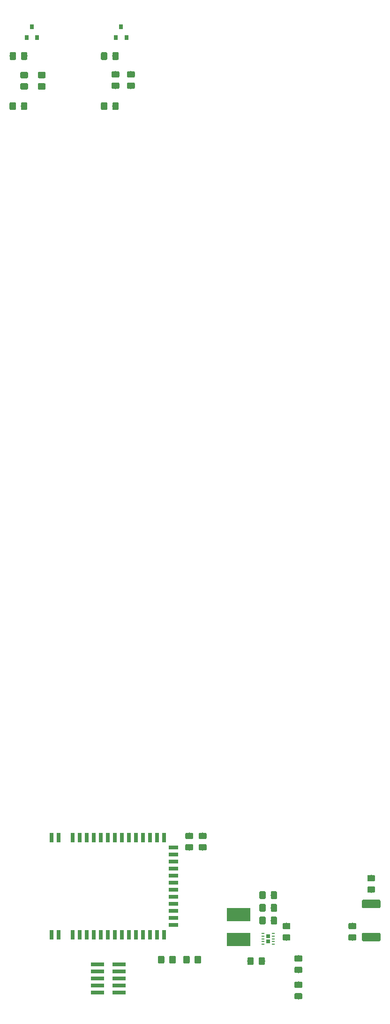
<source format=gbr>
G04 #@! TF.GenerationSoftware,KiCad,Pcbnew,(5.1.4)-1*
G04 #@! TF.CreationDate,2019-09-11T03:03:15-07:00*
G04 #@! TF.ProjectId,BrightBoard1,42726967-6874-4426-9f61-7264312e6b69,rev?*
G04 #@! TF.SameCoordinates,Original*
G04 #@! TF.FileFunction,Paste,Bot*
G04 #@! TF.FilePolarity,Positive*
%FSLAX46Y46*%
G04 Gerber Fmt 4.6, Leading zero omitted, Abs format (unit mm)*
G04 Created by KiCad (PCBNEW (5.1.4)-1) date 2019-09-11 03:03:15*
%MOMM*%
%LPD*%
G04 APERTURE LIST*
%ADD10C,0.100000*%
%ADD11C,1.150000*%
%ADD12R,2.400000X0.740000*%
%ADD13R,4.200000X2.400000*%
%ADD14R,0.800000X0.900000*%
%ADD15R,0.700000X1.800000*%
%ADD16R,1.800000X0.700000*%
%ADD17R,0.650000X0.700000*%
%ADD18R,0.500000X0.250000*%
%ADD19C,1.525000*%
G04 APERTURE END LIST*
D10*
G36*
X208602105Y-268200004D02*
G01*
X208626373Y-268203604D01*
X208650172Y-268209565D01*
X208673271Y-268217830D01*
X208695450Y-268228320D01*
X208716493Y-268240932D01*
X208736199Y-268255547D01*
X208754377Y-268272023D01*
X208770853Y-268290201D01*
X208785468Y-268309907D01*
X208798080Y-268330950D01*
X208808570Y-268353129D01*
X208816835Y-268376228D01*
X208822796Y-268400027D01*
X208826396Y-268424295D01*
X208827600Y-268448799D01*
X208827600Y-269098801D01*
X208826396Y-269123305D01*
X208822796Y-269147573D01*
X208816835Y-269171372D01*
X208808570Y-269194471D01*
X208798080Y-269216650D01*
X208785468Y-269237693D01*
X208770853Y-269257399D01*
X208754377Y-269275577D01*
X208736199Y-269292053D01*
X208716493Y-269306668D01*
X208695450Y-269319280D01*
X208673271Y-269329770D01*
X208650172Y-269338035D01*
X208626373Y-269343996D01*
X208602105Y-269347596D01*
X208577601Y-269348800D01*
X207677599Y-269348800D01*
X207653095Y-269347596D01*
X207628827Y-269343996D01*
X207605028Y-269338035D01*
X207581929Y-269329770D01*
X207559750Y-269319280D01*
X207538707Y-269306668D01*
X207519001Y-269292053D01*
X207500823Y-269275577D01*
X207484347Y-269257399D01*
X207469732Y-269237693D01*
X207457120Y-269216650D01*
X207446630Y-269194471D01*
X207438365Y-269171372D01*
X207432404Y-269147573D01*
X207428804Y-269123305D01*
X207427600Y-269098801D01*
X207427600Y-268448799D01*
X207428804Y-268424295D01*
X207432404Y-268400027D01*
X207438365Y-268376228D01*
X207446630Y-268353129D01*
X207457120Y-268330950D01*
X207469732Y-268309907D01*
X207484347Y-268290201D01*
X207500823Y-268272023D01*
X207519001Y-268255547D01*
X207538707Y-268240932D01*
X207559750Y-268228320D01*
X207581929Y-268217830D01*
X207605028Y-268209565D01*
X207628827Y-268203604D01*
X207653095Y-268200004D01*
X207677599Y-268198800D01*
X208577601Y-268198800D01*
X208602105Y-268200004D01*
X208602105Y-268200004D01*
G37*
D11*
X208127600Y-268773800D03*
D10*
G36*
X208602105Y-270250004D02*
G01*
X208626373Y-270253604D01*
X208650172Y-270259565D01*
X208673271Y-270267830D01*
X208695450Y-270278320D01*
X208716493Y-270290932D01*
X208736199Y-270305547D01*
X208754377Y-270322023D01*
X208770853Y-270340201D01*
X208785468Y-270359907D01*
X208798080Y-270380950D01*
X208808570Y-270403129D01*
X208816835Y-270426228D01*
X208822796Y-270450027D01*
X208826396Y-270474295D01*
X208827600Y-270498799D01*
X208827600Y-271148801D01*
X208826396Y-271173305D01*
X208822796Y-271197573D01*
X208816835Y-271221372D01*
X208808570Y-271244471D01*
X208798080Y-271266650D01*
X208785468Y-271287693D01*
X208770853Y-271307399D01*
X208754377Y-271325577D01*
X208736199Y-271342053D01*
X208716493Y-271356668D01*
X208695450Y-271369280D01*
X208673271Y-271379770D01*
X208650172Y-271388035D01*
X208626373Y-271393996D01*
X208602105Y-271397596D01*
X208577601Y-271398800D01*
X207677599Y-271398800D01*
X207653095Y-271397596D01*
X207628827Y-271393996D01*
X207605028Y-271388035D01*
X207581929Y-271379770D01*
X207559750Y-271369280D01*
X207538707Y-271356668D01*
X207519001Y-271342053D01*
X207500823Y-271325577D01*
X207484347Y-271307399D01*
X207469732Y-271287693D01*
X207457120Y-271266650D01*
X207446630Y-271244471D01*
X207438365Y-271221372D01*
X207432404Y-271197573D01*
X207428804Y-271173305D01*
X207427600Y-271148801D01*
X207427600Y-270498799D01*
X207428804Y-270474295D01*
X207432404Y-270450027D01*
X207438365Y-270426228D01*
X207446630Y-270403129D01*
X207457120Y-270380950D01*
X207469732Y-270359907D01*
X207484347Y-270340201D01*
X207500823Y-270322023D01*
X207519001Y-270305547D01*
X207538707Y-270290932D01*
X207559750Y-270278320D01*
X207581929Y-270267830D01*
X207605028Y-270259565D01*
X207628827Y-270253604D01*
X207653095Y-270250004D01*
X207677599Y-270248800D01*
X208577601Y-270248800D01*
X208602105Y-270250004D01*
X208602105Y-270250004D01*
G37*
D11*
X208127600Y-270823800D03*
D10*
G36*
X211040505Y-268200004D02*
G01*
X211064773Y-268203604D01*
X211088572Y-268209565D01*
X211111671Y-268217830D01*
X211133850Y-268228320D01*
X211154893Y-268240932D01*
X211174599Y-268255547D01*
X211192777Y-268272023D01*
X211209253Y-268290201D01*
X211223868Y-268309907D01*
X211236480Y-268330950D01*
X211246970Y-268353129D01*
X211255235Y-268376228D01*
X211261196Y-268400027D01*
X211264796Y-268424295D01*
X211266000Y-268448799D01*
X211266000Y-269098801D01*
X211264796Y-269123305D01*
X211261196Y-269147573D01*
X211255235Y-269171372D01*
X211246970Y-269194471D01*
X211236480Y-269216650D01*
X211223868Y-269237693D01*
X211209253Y-269257399D01*
X211192777Y-269275577D01*
X211174599Y-269292053D01*
X211154893Y-269306668D01*
X211133850Y-269319280D01*
X211111671Y-269329770D01*
X211088572Y-269338035D01*
X211064773Y-269343996D01*
X211040505Y-269347596D01*
X211016001Y-269348800D01*
X210115999Y-269348800D01*
X210091495Y-269347596D01*
X210067227Y-269343996D01*
X210043428Y-269338035D01*
X210020329Y-269329770D01*
X209998150Y-269319280D01*
X209977107Y-269306668D01*
X209957401Y-269292053D01*
X209939223Y-269275577D01*
X209922747Y-269257399D01*
X209908132Y-269237693D01*
X209895520Y-269216650D01*
X209885030Y-269194471D01*
X209876765Y-269171372D01*
X209870804Y-269147573D01*
X209867204Y-269123305D01*
X209866000Y-269098801D01*
X209866000Y-268448799D01*
X209867204Y-268424295D01*
X209870804Y-268400027D01*
X209876765Y-268376228D01*
X209885030Y-268353129D01*
X209895520Y-268330950D01*
X209908132Y-268309907D01*
X209922747Y-268290201D01*
X209939223Y-268272023D01*
X209957401Y-268255547D01*
X209977107Y-268240932D01*
X209998150Y-268228320D01*
X210020329Y-268217830D01*
X210043428Y-268209565D01*
X210067227Y-268203604D01*
X210091495Y-268200004D01*
X210115999Y-268198800D01*
X211016001Y-268198800D01*
X211040505Y-268200004D01*
X211040505Y-268200004D01*
G37*
D11*
X210566000Y-268773800D03*
D10*
G36*
X211040505Y-270250004D02*
G01*
X211064773Y-270253604D01*
X211088572Y-270259565D01*
X211111671Y-270267830D01*
X211133850Y-270278320D01*
X211154893Y-270290932D01*
X211174599Y-270305547D01*
X211192777Y-270322023D01*
X211209253Y-270340201D01*
X211223868Y-270359907D01*
X211236480Y-270380950D01*
X211246970Y-270403129D01*
X211255235Y-270426228D01*
X211261196Y-270450027D01*
X211264796Y-270474295D01*
X211266000Y-270498799D01*
X211266000Y-271148801D01*
X211264796Y-271173305D01*
X211261196Y-271197573D01*
X211255235Y-271221372D01*
X211246970Y-271244471D01*
X211236480Y-271266650D01*
X211223868Y-271287693D01*
X211209253Y-271307399D01*
X211192777Y-271325577D01*
X211174599Y-271342053D01*
X211154893Y-271356668D01*
X211133850Y-271369280D01*
X211111671Y-271379770D01*
X211088572Y-271388035D01*
X211064773Y-271393996D01*
X211040505Y-271397596D01*
X211016001Y-271398800D01*
X210115999Y-271398800D01*
X210091495Y-271397596D01*
X210067227Y-271393996D01*
X210043428Y-271388035D01*
X210020329Y-271379770D01*
X209998150Y-271369280D01*
X209977107Y-271356668D01*
X209957401Y-271342053D01*
X209939223Y-271325577D01*
X209922747Y-271307399D01*
X209908132Y-271287693D01*
X209895520Y-271266650D01*
X209885030Y-271244471D01*
X209876765Y-271221372D01*
X209870804Y-271197573D01*
X209867204Y-271173305D01*
X209866000Y-271148801D01*
X209866000Y-270498799D01*
X209867204Y-270474295D01*
X209870804Y-270450027D01*
X209876765Y-270426228D01*
X209885030Y-270403129D01*
X209895520Y-270380950D01*
X209908132Y-270359907D01*
X209922747Y-270340201D01*
X209939223Y-270322023D01*
X209957401Y-270305547D01*
X209977107Y-270290932D01*
X209998150Y-270278320D01*
X210020329Y-270267830D01*
X210043428Y-270259565D01*
X210067227Y-270253604D01*
X210091495Y-270250004D01*
X210115999Y-270248800D01*
X211016001Y-270248800D01*
X211040505Y-270250004D01*
X211040505Y-270250004D01*
G37*
D11*
X210566000Y-270823800D03*
D10*
G36*
X193117505Y-136461204D02*
G01*
X193141773Y-136464804D01*
X193165572Y-136470765D01*
X193188671Y-136479030D01*
X193210850Y-136489520D01*
X193231893Y-136502132D01*
X193251599Y-136516747D01*
X193269777Y-136533223D01*
X193286253Y-136551401D01*
X193300868Y-136571107D01*
X193313480Y-136592150D01*
X193323970Y-136614329D01*
X193332235Y-136637428D01*
X193338196Y-136661227D01*
X193341796Y-136685495D01*
X193343000Y-136709999D01*
X193343000Y-137610001D01*
X193341796Y-137634505D01*
X193338196Y-137658773D01*
X193332235Y-137682572D01*
X193323970Y-137705671D01*
X193313480Y-137727850D01*
X193300868Y-137748893D01*
X193286253Y-137768599D01*
X193269777Y-137786777D01*
X193251599Y-137803253D01*
X193231893Y-137817868D01*
X193210850Y-137830480D01*
X193188671Y-137840970D01*
X193165572Y-137849235D01*
X193141773Y-137855196D01*
X193117505Y-137858796D01*
X193093001Y-137860000D01*
X192442999Y-137860000D01*
X192418495Y-137858796D01*
X192394227Y-137855196D01*
X192370428Y-137849235D01*
X192347329Y-137840970D01*
X192325150Y-137830480D01*
X192304107Y-137817868D01*
X192284401Y-137803253D01*
X192266223Y-137786777D01*
X192249747Y-137768599D01*
X192235132Y-137748893D01*
X192222520Y-137727850D01*
X192212030Y-137705671D01*
X192203765Y-137682572D01*
X192197804Y-137658773D01*
X192194204Y-137634505D01*
X192193000Y-137610001D01*
X192193000Y-136709999D01*
X192194204Y-136685495D01*
X192197804Y-136661227D01*
X192203765Y-136637428D01*
X192212030Y-136614329D01*
X192222520Y-136592150D01*
X192235132Y-136571107D01*
X192249747Y-136551401D01*
X192266223Y-136533223D01*
X192284401Y-136516747D01*
X192304107Y-136502132D01*
X192325150Y-136489520D01*
X192347329Y-136479030D01*
X192370428Y-136470765D01*
X192394227Y-136464804D01*
X192418495Y-136461204D01*
X192442999Y-136460000D01*
X193093001Y-136460000D01*
X193117505Y-136461204D01*
X193117505Y-136461204D01*
G37*
D11*
X192768000Y-137160000D03*
D10*
G36*
X195167505Y-136461204D02*
G01*
X195191773Y-136464804D01*
X195215572Y-136470765D01*
X195238671Y-136479030D01*
X195260850Y-136489520D01*
X195281893Y-136502132D01*
X195301599Y-136516747D01*
X195319777Y-136533223D01*
X195336253Y-136551401D01*
X195350868Y-136571107D01*
X195363480Y-136592150D01*
X195373970Y-136614329D01*
X195382235Y-136637428D01*
X195388196Y-136661227D01*
X195391796Y-136685495D01*
X195393000Y-136709999D01*
X195393000Y-137610001D01*
X195391796Y-137634505D01*
X195388196Y-137658773D01*
X195382235Y-137682572D01*
X195373970Y-137705671D01*
X195363480Y-137727850D01*
X195350868Y-137748893D01*
X195336253Y-137768599D01*
X195319777Y-137786777D01*
X195301599Y-137803253D01*
X195281893Y-137817868D01*
X195260850Y-137830480D01*
X195238671Y-137840970D01*
X195215572Y-137849235D01*
X195191773Y-137855196D01*
X195167505Y-137858796D01*
X195143001Y-137860000D01*
X194492999Y-137860000D01*
X194468495Y-137858796D01*
X194444227Y-137855196D01*
X194420428Y-137849235D01*
X194397329Y-137840970D01*
X194375150Y-137830480D01*
X194354107Y-137817868D01*
X194334401Y-137803253D01*
X194316223Y-137786777D01*
X194299747Y-137768599D01*
X194285132Y-137748893D01*
X194272520Y-137727850D01*
X194262030Y-137705671D01*
X194253765Y-137682572D01*
X194247804Y-137658773D01*
X194244204Y-137634505D01*
X194243000Y-137610001D01*
X194243000Y-136709999D01*
X194244204Y-136685495D01*
X194247804Y-136661227D01*
X194253765Y-136637428D01*
X194262030Y-136614329D01*
X194272520Y-136592150D01*
X194285132Y-136571107D01*
X194299747Y-136551401D01*
X194316223Y-136533223D01*
X194334401Y-136516747D01*
X194354107Y-136502132D01*
X194375150Y-136489520D01*
X194397329Y-136479030D01*
X194420428Y-136470765D01*
X194444227Y-136464804D01*
X194468495Y-136461204D01*
X194492999Y-136460000D01*
X195143001Y-136460000D01*
X195167505Y-136461204D01*
X195167505Y-136461204D01*
G37*
D11*
X194818000Y-137160000D03*
D10*
G36*
X176607505Y-136461204D02*
G01*
X176631773Y-136464804D01*
X176655572Y-136470765D01*
X176678671Y-136479030D01*
X176700850Y-136489520D01*
X176721893Y-136502132D01*
X176741599Y-136516747D01*
X176759777Y-136533223D01*
X176776253Y-136551401D01*
X176790868Y-136571107D01*
X176803480Y-136592150D01*
X176813970Y-136614329D01*
X176822235Y-136637428D01*
X176828196Y-136661227D01*
X176831796Y-136685495D01*
X176833000Y-136709999D01*
X176833000Y-137610001D01*
X176831796Y-137634505D01*
X176828196Y-137658773D01*
X176822235Y-137682572D01*
X176813970Y-137705671D01*
X176803480Y-137727850D01*
X176790868Y-137748893D01*
X176776253Y-137768599D01*
X176759777Y-137786777D01*
X176741599Y-137803253D01*
X176721893Y-137817868D01*
X176700850Y-137830480D01*
X176678671Y-137840970D01*
X176655572Y-137849235D01*
X176631773Y-137855196D01*
X176607505Y-137858796D01*
X176583001Y-137860000D01*
X175932999Y-137860000D01*
X175908495Y-137858796D01*
X175884227Y-137855196D01*
X175860428Y-137849235D01*
X175837329Y-137840970D01*
X175815150Y-137830480D01*
X175794107Y-137817868D01*
X175774401Y-137803253D01*
X175756223Y-137786777D01*
X175739747Y-137768599D01*
X175725132Y-137748893D01*
X175712520Y-137727850D01*
X175702030Y-137705671D01*
X175693765Y-137682572D01*
X175687804Y-137658773D01*
X175684204Y-137634505D01*
X175683000Y-137610001D01*
X175683000Y-136709999D01*
X175684204Y-136685495D01*
X175687804Y-136661227D01*
X175693765Y-136637428D01*
X175702030Y-136614329D01*
X175712520Y-136592150D01*
X175725132Y-136571107D01*
X175739747Y-136551401D01*
X175756223Y-136533223D01*
X175774401Y-136516747D01*
X175794107Y-136502132D01*
X175815150Y-136489520D01*
X175837329Y-136479030D01*
X175860428Y-136470765D01*
X175884227Y-136464804D01*
X175908495Y-136461204D01*
X175932999Y-136460000D01*
X176583001Y-136460000D01*
X176607505Y-136461204D01*
X176607505Y-136461204D01*
G37*
D11*
X176258000Y-137160000D03*
D10*
G36*
X178657505Y-136461204D02*
G01*
X178681773Y-136464804D01*
X178705572Y-136470765D01*
X178728671Y-136479030D01*
X178750850Y-136489520D01*
X178771893Y-136502132D01*
X178791599Y-136516747D01*
X178809777Y-136533223D01*
X178826253Y-136551401D01*
X178840868Y-136571107D01*
X178853480Y-136592150D01*
X178863970Y-136614329D01*
X178872235Y-136637428D01*
X178878196Y-136661227D01*
X178881796Y-136685495D01*
X178883000Y-136709999D01*
X178883000Y-137610001D01*
X178881796Y-137634505D01*
X178878196Y-137658773D01*
X178872235Y-137682572D01*
X178863970Y-137705671D01*
X178853480Y-137727850D01*
X178840868Y-137748893D01*
X178826253Y-137768599D01*
X178809777Y-137786777D01*
X178791599Y-137803253D01*
X178771893Y-137817868D01*
X178750850Y-137830480D01*
X178728671Y-137840970D01*
X178705572Y-137849235D01*
X178681773Y-137855196D01*
X178657505Y-137858796D01*
X178633001Y-137860000D01*
X177982999Y-137860000D01*
X177958495Y-137858796D01*
X177934227Y-137855196D01*
X177910428Y-137849235D01*
X177887329Y-137840970D01*
X177865150Y-137830480D01*
X177844107Y-137817868D01*
X177824401Y-137803253D01*
X177806223Y-137786777D01*
X177789747Y-137768599D01*
X177775132Y-137748893D01*
X177762520Y-137727850D01*
X177752030Y-137705671D01*
X177743765Y-137682572D01*
X177737804Y-137658773D01*
X177734204Y-137634505D01*
X177733000Y-137610001D01*
X177733000Y-136709999D01*
X177734204Y-136685495D01*
X177737804Y-136661227D01*
X177743765Y-136637428D01*
X177752030Y-136614329D01*
X177762520Y-136592150D01*
X177775132Y-136571107D01*
X177789747Y-136551401D01*
X177806223Y-136533223D01*
X177824401Y-136516747D01*
X177844107Y-136502132D01*
X177865150Y-136489520D01*
X177887329Y-136479030D01*
X177910428Y-136470765D01*
X177934227Y-136464804D01*
X177958495Y-136461204D01*
X177982999Y-136460000D01*
X178633001Y-136460000D01*
X178657505Y-136461204D01*
X178657505Y-136461204D01*
G37*
D11*
X178308000Y-137160000D03*
D10*
G36*
X241469705Y-275820004D02*
G01*
X241493973Y-275823604D01*
X241517772Y-275829565D01*
X241540871Y-275837830D01*
X241563050Y-275848320D01*
X241584093Y-275860932D01*
X241603799Y-275875547D01*
X241621977Y-275892023D01*
X241638453Y-275910201D01*
X241653068Y-275929907D01*
X241665680Y-275950950D01*
X241676170Y-275973129D01*
X241684435Y-275996228D01*
X241690396Y-276020027D01*
X241693996Y-276044295D01*
X241695200Y-276068799D01*
X241695200Y-276718801D01*
X241693996Y-276743305D01*
X241690396Y-276767573D01*
X241684435Y-276791372D01*
X241676170Y-276814471D01*
X241665680Y-276836650D01*
X241653068Y-276857693D01*
X241638453Y-276877399D01*
X241621977Y-276895577D01*
X241603799Y-276912053D01*
X241584093Y-276926668D01*
X241563050Y-276939280D01*
X241540871Y-276949770D01*
X241517772Y-276958035D01*
X241493973Y-276963996D01*
X241469705Y-276967596D01*
X241445201Y-276968800D01*
X240545199Y-276968800D01*
X240520695Y-276967596D01*
X240496427Y-276963996D01*
X240472628Y-276958035D01*
X240449529Y-276949770D01*
X240427350Y-276939280D01*
X240406307Y-276926668D01*
X240386601Y-276912053D01*
X240368423Y-276895577D01*
X240351947Y-276877399D01*
X240337332Y-276857693D01*
X240324720Y-276836650D01*
X240314230Y-276814471D01*
X240305965Y-276791372D01*
X240300004Y-276767573D01*
X240296404Y-276743305D01*
X240295200Y-276718801D01*
X240295200Y-276068799D01*
X240296404Y-276044295D01*
X240300004Y-276020027D01*
X240305965Y-275996228D01*
X240314230Y-275973129D01*
X240324720Y-275950950D01*
X240337332Y-275929907D01*
X240351947Y-275910201D01*
X240368423Y-275892023D01*
X240386601Y-275875547D01*
X240406307Y-275860932D01*
X240427350Y-275848320D01*
X240449529Y-275837830D01*
X240472628Y-275829565D01*
X240496427Y-275823604D01*
X240520695Y-275820004D01*
X240545199Y-275818800D01*
X241445201Y-275818800D01*
X241469705Y-275820004D01*
X241469705Y-275820004D01*
G37*
D11*
X240995200Y-276393800D03*
D10*
G36*
X241469705Y-277870004D02*
G01*
X241493973Y-277873604D01*
X241517772Y-277879565D01*
X241540871Y-277887830D01*
X241563050Y-277898320D01*
X241584093Y-277910932D01*
X241603799Y-277925547D01*
X241621977Y-277942023D01*
X241638453Y-277960201D01*
X241653068Y-277979907D01*
X241665680Y-278000950D01*
X241676170Y-278023129D01*
X241684435Y-278046228D01*
X241690396Y-278070027D01*
X241693996Y-278094295D01*
X241695200Y-278118799D01*
X241695200Y-278768801D01*
X241693996Y-278793305D01*
X241690396Y-278817573D01*
X241684435Y-278841372D01*
X241676170Y-278864471D01*
X241665680Y-278886650D01*
X241653068Y-278907693D01*
X241638453Y-278927399D01*
X241621977Y-278945577D01*
X241603799Y-278962053D01*
X241584093Y-278976668D01*
X241563050Y-278989280D01*
X241540871Y-278999770D01*
X241517772Y-279008035D01*
X241493973Y-279013996D01*
X241469705Y-279017596D01*
X241445201Y-279018800D01*
X240545199Y-279018800D01*
X240520695Y-279017596D01*
X240496427Y-279013996D01*
X240472628Y-279008035D01*
X240449529Y-278999770D01*
X240427350Y-278989280D01*
X240406307Y-278976668D01*
X240386601Y-278962053D01*
X240368423Y-278945577D01*
X240351947Y-278927399D01*
X240337332Y-278907693D01*
X240324720Y-278886650D01*
X240314230Y-278864471D01*
X240305965Y-278841372D01*
X240300004Y-278817573D01*
X240296404Y-278793305D01*
X240295200Y-278768801D01*
X240295200Y-278118799D01*
X240296404Y-278094295D01*
X240300004Y-278070027D01*
X240305965Y-278046228D01*
X240314230Y-278023129D01*
X240324720Y-278000950D01*
X240337332Y-277979907D01*
X240351947Y-277960201D01*
X240368423Y-277942023D01*
X240386601Y-277925547D01*
X240406307Y-277910932D01*
X240427350Y-277898320D01*
X240449529Y-277887830D01*
X240472628Y-277879565D01*
X240496427Y-277873604D01*
X240520695Y-277870004D01*
X240545199Y-277868800D01*
X241445201Y-277868800D01*
X241469705Y-277870004D01*
X241469705Y-277870004D01*
G37*
D11*
X240995200Y-278443800D03*
D10*
G36*
X238066105Y-284456004D02*
G01*
X238090373Y-284459604D01*
X238114172Y-284465565D01*
X238137271Y-284473830D01*
X238159450Y-284484320D01*
X238180493Y-284496932D01*
X238200199Y-284511547D01*
X238218377Y-284528023D01*
X238234853Y-284546201D01*
X238249468Y-284565907D01*
X238262080Y-284586950D01*
X238272570Y-284609129D01*
X238280835Y-284632228D01*
X238286796Y-284656027D01*
X238290396Y-284680295D01*
X238291600Y-284704799D01*
X238291600Y-285354801D01*
X238290396Y-285379305D01*
X238286796Y-285403573D01*
X238280835Y-285427372D01*
X238272570Y-285450471D01*
X238262080Y-285472650D01*
X238249468Y-285493693D01*
X238234853Y-285513399D01*
X238218377Y-285531577D01*
X238200199Y-285548053D01*
X238180493Y-285562668D01*
X238159450Y-285575280D01*
X238137271Y-285585770D01*
X238114172Y-285594035D01*
X238090373Y-285599996D01*
X238066105Y-285603596D01*
X238041601Y-285604800D01*
X237141599Y-285604800D01*
X237117095Y-285603596D01*
X237092827Y-285599996D01*
X237069028Y-285594035D01*
X237045929Y-285585770D01*
X237023750Y-285575280D01*
X237002707Y-285562668D01*
X236983001Y-285548053D01*
X236964823Y-285531577D01*
X236948347Y-285513399D01*
X236933732Y-285493693D01*
X236921120Y-285472650D01*
X236910630Y-285450471D01*
X236902365Y-285427372D01*
X236896404Y-285403573D01*
X236892804Y-285379305D01*
X236891600Y-285354801D01*
X236891600Y-284704799D01*
X236892804Y-284680295D01*
X236896404Y-284656027D01*
X236902365Y-284632228D01*
X236910630Y-284609129D01*
X236921120Y-284586950D01*
X236933732Y-284565907D01*
X236948347Y-284546201D01*
X236964823Y-284528023D01*
X236983001Y-284511547D01*
X237002707Y-284496932D01*
X237023750Y-284484320D01*
X237045929Y-284473830D01*
X237069028Y-284465565D01*
X237092827Y-284459604D01*
X237117095Y-284456004D01*
X237141599Y-284454800D01*
X238041601Y-284454800D01*
X238066105Y-284456004D01*
X238066105Y-284456004D01*
G37*
D11*
X237591600Y-285029800D03*
D10*
G36*
X238066105Y-286506004D02*
G01*
X238090373Y-286509604D01*
X238114172Y-286515565D01*
X238137271Y-286523830D01*
X238159450Y-286534320D01*
X238180493Y-286546932D01*
X238200199Y-286561547D01*
X238218377Y-286578023D01*
X238234853Y-286596201D01*
X238249468Y-286615907D01*
X238262080Y-286636950D01*
X238272570Y-286659129D01*
X238280835Y-286682228D01*
X238286796Y-286706027D01*
X238290396Y-286730295D01*
X238291600Y-286754799D01*
X238291600Y-287404801D01*
X238290396Y-287429305D01*
X238286796Y-287453573D01*
X238280835Y-287477372D01*
X238272570Y-287500471D01*
X238262080Y-287522650D01*
X238249468Y-287543693D01*
X238234853Y-287563399D01*
X238218377Y-287581577D01*
X238200199Y-287598053D01*
X238180493Y-287612668D01*
X238159450Y-287625280D01*
X238137271Y-287635770D01*
X238114172Y-287644035D01*
X238090373Y-287649996D01*
X238066105Y-287653596D01*
X238041601Y-287654800D01*
X237141599Y-287654800D01*
X237117095Y-287653596D01*
X237092827Y-287649996D01*
X237069028Y-287644035D01*
X237045929Y-287635770D01*
X237023750Y-287625280D01*
X237002707Y-287612668D01*
X236983001Y-287598053D01*
X236964823Y-287581577D01*
X236948347Y-287563399D01*
X236933732Y-287543693D01*
X236921120Y-287522650D01*
X236910630Y-287500471D01*
X236902365Y-287477372D01*
X236896404Y-287453573D01*
X236892804Y-287429305D01*
X236891600Y-287404801D01*
X236891600Y-286754799D01*
X236892804Y-286730295D01*
X236896404Y-286706027D01*
X236902365Y-286682228D01*
X236910630Y-286659129D01*
X236921120Y-286636950D01*
X236933732Y-286615907D01*
X236948347Y-286596201D01*
X236964823Y-286578023D01*
X236983001Y-286561547D01*
X237002707Y-286546932D01*
X237023750Y-286534320D01*
X237045929Y-286523830D01*
X237069028Y-286515565D01*
X237092827Y-286509604D01*
X237117095Y-286506004D01*
X237141599Y-286504800D01*
X238041601Y-286504800D01*
X238066105Y-286506004D01*
X238066105Y-286506004D01*
G37*
D11*
X237591600Y-287079800D03*
D10*
G36*
X226179310Y-284456002D02*
G01*
X226203535Y-284459595D01*
X226227291Y-284465546D01*
X226250349Y-284473796D01*
X226272487Y-284484267D01*
X226293493Y-284496857D01*
X226313163Y-284511445D01*
X226331308Y-284527892D01*
X226347755Y-284546037D01*
X226362343Y-284565707D01*
X226374933Y-284586713D01*
X226385404Y-284608851D01*
X226393654Y-284631909D01*
X226399605Y-284655665D01*
X226403198Y-284679890D01*
X226404400Y-284704350D01*
X226404400Y-285355250D01*
X226403198Y-285379710D01*
X226399605Y-285403935D01*
X226393654Y-285427691D01*
X226385404Y-285450749D01*
X226374933Y-285472887D01*
X226362343Y-285493893D01*
X226347755Y-285513563D01*
X226331308Y-285531708D01*
X226313163Y-285548155D01*
X226293493Y-285562743D01*
X226272487Y-285575333D01*
X226250349Y-285585804D01*
X226227291Y-285594054D01*
X226203535Y-285600005D01*
X226179310Y-285603598D01*
X226154850Y-285604800D01*
X225253950Y-285604800D01*
X225229490Y-285603598D01*
X225205265Y-285600005D01*
X225181509Y-285594054D01*
X225158451Y-285585804D01*
X225136313Y-285575333D01*
X225115307Y-285562743D01*
X225095637Y-285548155D01*
X225077492Y-285531708D01*
X225061045Y-285513563D01*
X225046457Y-285493893D01*
X225033867Y-285472887D01*
X225023396Y-285450749D01*
X225015146Y-285427691D01*
X225009195Y-285403935D01*
X225005602Y-285379710D01*
X225004400Y-285355250D01*
X225004400Y-284704350D01*
X225005602Y-284679890D01*
X225009195Y-284655665D01*
X225015146Y-284631909D01*
X225023396Y-284608851D01*
X225033867Y-284586713D01*
X225046457Y-284565707D01*
X225061045Y-284546037D01*
X225077492Y-284527892D01*
X225095637Y-284511445D01*
X225115307Y-284496857D01*
X225136313Y-284484267D01*
X225158451Y-284473796D01*
X225181509Y-284465546D01*
X225205265Y-284459595D01*
X225229490Y-284456002D01*
X225253950Y-284454800D01*
X226154850Y-284454800D01*
X226179310Y-284456002D01*
X226179310Y-284456002D01*
G37*
D11*
X225704400Y-285029800D03*
D10*
G36*
X226178905Y-286506004D02*
G01*
X226203173Y-286509604D01*
X226226972Y-286515565D01*
X226250071Y-286523830D01*
X226272250Y-286534320D01*
X226293293Y-286546932D01*
X226312999Y-286561547D01*
X226331177Y-286578023D01*
X226347653Y-286596201D01*
X226362268Y-286615907D01*
X226374880Y-286636950D01*
X226385370Y-286659129D01*
X226393635Y-286682228D01*
X226399596Y-286706027D01*
X226403196Y-286730295D01*
X226404400Y-286754799D01*
X226404400Y-287404801D01*
X226403196Y-287429305D01*
X226399596Y-287453573D01*
X226393635Y-287477372D01*
X226385370Y-287500471D01*
X226374880Y-287522650D01*
X226362268Y-287543693D01*
X226347653Y-287563399D01*
X226331177Y-287581577D01*
X226312999Y-287598053D01*
X226293293Y-287612668D01*
X226272250Y-287625280D01*
X226250071Y-287635770D01*
X226226972Y-287644035D01*
X226203173Y-287649996D01*
X226178905Y-287653596D01*
X226154401Y-287654800D01*
X225254399Y-287654800D01*
X225229895Y-287653596D01*
X225205627Y-287649996D01*
X225181828Y-287644035D01*
X225158729Y-287635770D01*
X225136550Y-287625280D01*
X225115507Y-287612668D01*
X225095801Y-287598053D01*
X225077623Y-287581577D01*
X225061147Y-287563399D01*
X225046532Y-287543693D01*
X225033920Y-287522650D01*
X225023430Y-287500471D01*
X225015165Y-287477372D01*
X225009204Y-287453573D01*
X225005604Y-287429305D01*
X225004400Y-287404801D01*
X225004400Y-286754799D01*
X225005604Y-286730295D01*
X225009204Y-286706027D01*
X225015165Y-286682228D01*
X225023430Y-286659129D01*
X225033920Y-286636950D01*
X225046532Y-286615907D01*
X225061147Y-286596201D01*
X225077623Y-286578023D01*
X225095801Y-286561547D01*
X225115507Y-286546932D01*
X225136550Y-286534320D01*
X225158729Y-286523830D01*
X225181828Y-286515565D01*
X225205627Y-286509604D01*
X225229895Y-286506004D01*
X225254399Y-286504800D01*
X226154401Y-286504800D01*
X226178905Y-286506004D01*
X226178905Y-286506004D01*
G37*
D11*
X225704400Y-287079800D03*
D10*
G36*
X223776905Y-281038004D02*
G01*
X223801173Y-281041604D01*
X223824972Y-281047565D01*
X223848071Y-281055830D01*
X223870250Y-281066320D01*
X223891293Y-281078932D01*
X223910999Y-281093547D01*
X223929177Y-281110023D01*
X223945653Y-281128201D01*
X223960268Y-281147907D01*
X223972880Y-281168950D01*
X223983370Y-281191129D01*
X223991635Y-281214228D01*
X223997596Y-281238027D01*
X224001196Y-281262295D01*
X224002400Y-281286799D01*
X224002400Y-282186801D01*
X224001196Y-282211305D01*
X223997596Y-282235573D01*
X223991635Y-282259372D01*
X223983370Y-282282471D01*
X223972880Y-282304650D01*
X223960268Y-282325693D01*
X223945653Y-282345399D01*
X223929177Y-282363577D01*
X223910999Y-282380053D01*
X223891293Y-282394668D01*
X223870250Y-282407280D01*
X223848071Y-282417770D01*
X223824972Y-282426035D01*
X223801173Y-282431996D01*
X223776905Y-282435596D01*
X223752401Y-282436800D01*
X223102399Y-282436800D01*
X223077895Y-282435596D01*
X223053627Y-282431996D01*
X223029828Y-282426035D01*
X223006729Y-282417770D01*
X222984550Y-282407280D01*
X222963507Y-282394668D01*
X222943801Y-282380053D01*
X222925623Y-282363577D01*
X222909147Y-282345399D01*
X222894532Y-282325693D01*
X222881920Y-282304650D01*
X222871430Y-282282471D01*
X222863165Y-282259372D01*
X222857204Y-282235573D01*
X222853604Y-282211305D01*
X222852400Y-282186801D01*
X222852400Y-281286799D01*
X222853604Y-281262295D01*
X222857204Y-281238027D01*
X222863165Y-281214228D01*
X222871430Y-281191129D01*
X222881920Y-281168950D01*
X222894532Y-281147907D01*
X222909147Y-281128201D01*
X222925623Y-281110023D01*
X222943801Y-281093547D01*
X222963507Y-281078932D01*
X222984550Y-281066320D01*
X223006729Y-281055830D01*
X223029828Y-281047565D01*
X223053627Y-281041604D01*
X223077895Y-281038004D01*
X223102399Y-281036800D01*
X223752401Y-281036800D01*
X223776905Y-281038004D01*
X223776905Y-281038004D01*
G37*
D11*
X223427400Y-281736800D03*
D10*
G36*
X221726905Y-281038004D02*
G01*
X221751173Y-281041604D01*
X221774972Y-281047565D01*
X221798071Y-281055830D01*
X221820250Y-281066320D01*
X221841293Y-281078932D01*
X221860999Y-281093547D01*
X221879177Y-281110023D01*
X221895653Y-281128201D01*
X221910268Y-281147907D01*
X221922880Y-281168950D01*
X221933370Y-281191129D01*
X221941635Y-281214228D01*
X221947596Y-281238027D01*
X221951196Y-281262295D01*
X221952400Y-281286799D01*
X221952400Y-282186801D01*
X221951196Y-282211305D01*
X221947596Y-282235573D01*
X221941635Y-282259372D01*
X221933370Y-282282471D01*
X221922880Y-282304650D01*
X221910268Y-282325693D01*
X221895653Y-282345399D01*
X221879177Y-282363577D01*
X221860999Y-282380053D01*
X221841293Y-282394668D01*
X221820250Y-282407280D01*
X221798071Y-282417770D01*
X221774972Y-282426035D01*
X221751173Y-282431996D01*
X221726905Y-282435596D01*
X221702401Y-282436800D01*
X221052399Y-282436800D01*
X221027895Y-282435596D01*
X221003627Y-282431996D01*
X220979828Y-282426035D01*
X220956729Y-282417770D01*
X220934550Y-282407280D01*
X220913507Y-282394668D01*
X220893801Y-282380053D01*
X220875623Y-282363577D01*
X220859147Y-282345399D01*
X220844532Y-282325693D01*
X220831920Y-282304650D01*
X220821430Y-282282471D01*
X220813165Y-282259372D01*
X220807204Y-282235573D01*
X220803604Y-282211305D01*
X220802400Y-282186801D01*
X220802400Y-281286799D01*
X220803604Y-281262295D01*
X220807204Y-281238027D01*
X220813165Y-281214228D01*
X220821430Y-281191129D01*
X220831920Y-281168950D01*
X220844532Y-281147907D01*
X220859147Y-281128201D01*
X220875623Y-281110023D01*
X220893801Y-281093547D01*
X220913507Y-281078932D01*
X220934550Y-281066320D01*
X220956729Y-281055830D01*
X220979828Y-281047565D01*
X221003627Y-281041604D01*
X221027895Y-281038004D01*
X221052399Y-281036800D01*
X221702401Y-281036800D01*
X221726905Y-281038004D01*
X221726905Y-281038004D01*
G37*
D11*
X221377400Y-281736800D03*
D10*
G36*
X207985505Y-290385204D02*
G01*
X208009773Y-290388804D01*
X208033572Y-290394765D01*
X208056671Y-290403030D01*
X208078850Y-290413520D01*
X208099893Y-290426132D01*
X208119599Y-290440747D01*
X208137777Y-290457223D01*
X208154253Y-290475401D01*
X208168868Y-290495107D01*
X208181480Y-290516150D01*
X208191970Y-290538329D01*
X208200235Y-290561428D01*
X208206196Y-290585227D01*
X208209796Y-290609495D01*
X208211000Y-290633999D01*
X208211000Y-291534001D01*
X208209796Y-291558505D01*
X208206196Y-291582773D01*
X208200235Y-291606572D01*
X208191970Y-291629671D01*
X208181480Y-291651850D01*
X208168868Y-291672893D01*
X208154253Y-291692599D01*
X208137777Y-291710777D01*
X208119599Y-291727253D01*
X208099893Y-291741868D01*
X208078850Y-291754480D01*
X208056671Y-291764970D01*
X208033572Y-291773235D01*
X208009773Y-291779196D01*
X207985505Y-291782796D01*
X207961001Y-291784000D01*
X207310999Y-291784000D01*
X207286495Y-291782796D01*
X207262227Y-291779196D01*
X207238428Y-291773235D01*
X207215329Y-291764970D01*
X207193150Y-291754480D01*
X207172107Y-291741868D01*
X207152401Y-291727253D01*
X207134223Y-291710777D01*
X207117747Y-291692599D01*
X207103132Y-291672893D01*
X207090520Y-291651850D01*
X207080030Y-291629671D01*
X207071765Y-291606572D01*
X207065804Y-291582773D01*
X207062204Y-291558505D01*
X207061000Y-291534001D01*
X207061000Y-290633999D01*
X207062204Y-290609495D01*
X207065804Y-290585227D01*
X207071765Y-290561428D01*
X207080030Y-290538329D01*
X207090520Y-290516150D01*
X207103132Y-290495107D01*
X207117747Y-290475401D01*
X207134223Y-290457223D01*
X207152401Y-290440747D01*
X207172107Y-290426132D01*
X207193150Y-290413520D01*
X207215329Y-290403030D01*
X207238428Y-290394765D01*
X207262227Y-290388804D01*
X207286495Y-290385204D01*
X207310999Y-290384000D01*
X207961001Y-290384000D01*
X207985505Y-290385204D01*
X207985505Y-290385204D01*
G37*
D11*
X207636000Y-291084000D03*
D10*
G36*
X210035505Y-290385204D02*
G01*
X210059773Y-290388804D01*
X210083572Y-290394765D01*
X210106671Y-290403030D01*
X210128850Y-290413520D01*
X210149893Y-290426132D01*
X210169599Y-290440747D01*
X210187777Y-290457223D01*
X210204253Y-290475401D01*
X210218868Y-290495107D01*
X210231480Y-290516150D01*
X210241970Y-290538329D01*
X210250235Y-290561428D01*
X210256196Y-290585227D01*
X210259796Y-290609495D01*
X210261000Y-290633999D01*
X210261000Y-291534001D01*
X210259796Y-291558505D01*
X210256196Y-291582773D01*
X210250235Y-291606572D01*
X210241970Y-291629671D01*
X210231480Y-291651850D01*
X210218868Y-291672893D01*
X210204253Y-291692599D01*
X210187777Y-291710777D01*
X210169599Y-291727253D01*
X210149893Y-291741868D01*
X210128850Y-291754480D01*
X210106671Y-291764970D01*
X210083572Y-291773235D01*
X210059773Y-291779196D01*
X210035505Y-291782796D01*
X210011001Y-291784000D01*
X209360999Y-291784000D01*
X209336495Y-291782796D01*
X209312227Y-291779196D01*
X209288428Y-291773235D01*
X209265329Y-291764970D01*
X209243150Y-291754480D01*
X209222107Y-291741868D01*
X209202401Y-291727253D01*
X209184223Y-291710777D01*
X209167747Y-291692599D01*
X209153132Y-291672893D01*
X209140520Y-291651850D01*
X209130030Y-291629671D01*
X209121765Y-291606572D01*
X209115804Y-291582773D01*
X209112204Y-291558505D01*
X209111000Y-291534001D01*
X209111000Y-290633999D01*
X209112204Y-290609495D01*
X209115804Y-290585227D01*
X209121765Y-290561428D01*
X209130030Y-290538329D01*
X209140520Y-290516150D01*
X209153132Y-290495107D01*
X209167747Y-290475401D01*
X209184223Y-290457223D01*
X209202401Y-290440747D01*
X209222107Y-290426132D01*
X209243150Y-290413520D01*
X209265329Y-290403030D01*
X209288428Y-290394765D01*
X209312227Y-290388804D01*
X209336495Y-290385204D01*
X209360999Y-290384000D01*
X210011001Y-290384000D01*
X210035505Y-290385204D01*
X210035505Y-290385204D01*
G37*
D11*
X209686000Y-291084000D03*
D12*
X191598000Y-297053000D03*
X195498000Y-297053000D03*
X191598000Y-295783000D03*
X195498000Y-295783000D03*
X191598000Y-294513000D03*
X195498000Y-294513000D03*
X191598000Y-293243000D03*
X195498000Y-293243000D03*
X191598000Y-291973000D03*
X195498000Y-291973000D03*
D13*
X217017600Y-282992000D03*
X217017600Y-287492000D03*
D14*
X195834000Y-122825000D03*
X194884000Y-124825000D03*
X196784000Y-124825000D03*
X179705000Y-122825000D03*
X178755000Y-124825000D03*
X180655000Y-124825000D03*
D10*
G36*
X205463505Y-290385204D02*
G01*
X205487773Y-290388804D01*
X205511572Y-290394765D01*
X205534671Y-290403030D01*
X205556850Y-290413520D01*
X205577893Y-290426132D01*
X205597599Y-290440747D01*
X205615777Y-290457223D01*
X205632253Y-290475401D01*
X205646868Y-290495107D01*
X205659480Y-290516150D01*
X205669970Y-290538329D01*
X205678235Y-290561428D01*
X205684196Y-290585227D01*
X205687796Y-290609495D01*
X205689000Y-290633999D01*
X205689000Y-291534001D01*
X205687796Y-291558505D01*
X205684196Y-291582773D01*
X205678235Y-291606572D01*
X205669970Y-291629671D01*
X205659480Y-291651850D01*
X205646868Y-291672893D01*
X205632253Y-291692599D01*
X205615777Y-291710777D01*
X205597599Y-291727253D01*
X205577893Y-291741868D01*
X205556850Y-291754480D01*
X205534671Y-291764970D01*
X205511572Y-291773235D01*
X205487773Y-291779196D01*
X205463505Y-291782796D01*
X205439001Y-291784000D01*
X204788999Y-291784000D01*
X204764495Y-291782796D01*
X204740227Y-291779196D01*
X204716428Y-291773235D01*
X204693329Y-291764970D01*
X204671150Y-291754480D01*
X204650107Y-291741868D01*
X204630401Y-291727253D01*
X204612223Y-291710777D01*
X204595747Y-291692599D01*
X204581132Y-291672893D01*
X204568520Y-291651850D01*
X204558030Y-291629671D01*
X204549765Y-291606572D01*
X204543804Y-291582773D01*
X204540204Y-291558505D01*
X204539000Y-291534001D01*
X204539000Y-290633999D01*
X204540204Y-290609495D01*
X204543804Y-290585227D01*
X204549765Y-290561428D01*
X204558030Y-290538329D01*
X204568520Y-290516150D01*
X204581132Y-290495107D01*
X204595747Y-290475401D01*
X204612223Y-290457223D01*
X204630401Y-290440747D01*
X204650107Y-290426132D01*
X204671150Y-290413520D01*
X204693329Y-290403030D01*
X204716428Y-290394765D01*
X204740227Y-290388804D01*
X204764495Y-290385204D01*
X204788999Y-290384000D01*
X205439001Y-290384000D01*
X205463505Y-290385204D01*
X205463505Y-290385204D01*
G37*
D11*
X205114000Y-291084000D03*
D10*
G36*
X203413505Y-290385204D02*
G01*
X203437773Y-290388804D01*
X203461572Y-290394765D01*
X203484671Y-290403030D01*
X203506850Y-290413520D01*
X203527893Y-290426132D01*
X203547599Y-290440747D01*
X203565777Y-290457223D01*
X203582253Y-290475401D01*
X203596868Y-290495107D01*
X203609480Y-290516150D01*
X203619970Y-290538329D01*
X203628235Y-290561428D01*
X203634196Y-290585227D01*
X203637796Y-290609495D01*
X203639000Y-290633999D01*
X203639000Y-291534001D01*
X203637796Y-291558505D01*
X203634196Y-291582773D01*
X203628235Y-291606572D01*
X203619970Y-291629671D01*
X203609480Y-291651850D01*
X203596868Y-291672893D01*
X203582253Y-291692599D01*
X203565777Y-291710777D01*
X203547599Y-291727253D01*
X203527893Y-291741868D01*
X203506850Y-291754480D01*
X203484671Y-291764970D01*
X203461572Y-291773235D01*
X203437773Y-291779196D01*
X203413505Y-291782796D01*
X203389001Y-291784000D01*
X202738999Y-291784000D01*
X202714495Y-291782796D01*
X202690227Y-291779196D01*
X202666428Y-291773235D01*
X202643329Y-291764970D01*
X202621150Y-291754480D01*
X202600107Y-291741868D01*
X202580401Y-291727253D01*
X202562223Y-291710777D01*
X202545747Y-291692599D01*
X202531132Y-291672893D01*
X202518520Y-291651850D01*
X202508030Y-291629671D01*
X202499765Y-291606572D01*
X202493804Y-291582773D01*
X202490204Y-291558505D01*
X202489000Y-291534001D01*
X202489000Y-290633999D01*
X202490204Y-290609495D01*
X202493804Y-290585227D01*
X202499765Y-290561428D01*
X202508030Y-290538329D01*
X202518520Y-290516150D01*
X202531132Y-290495107D01*
X202545747Y-290475401D01*
X202562223Y-290457223D01*
X202580401Y-290440747D01*
X202600107Y-290426132D01*
X202621150Y-290413520D01*
X202643329Y-290403030D01*
X202666428Y-290394765D01*
X202690227Y-290388804D01*
X202714495Y-290385204D01*
X202738999Y-290384000D01*
X203389001Y-290384000D01*
X203413505Y-290385204D01*
X203413505Y-290385204D01*
G37*
D11*
X203064000Y-291084000D03*
D10*
G36*
X198086505Y-132912204D02*
G01*
X198110773Y-132915804D01*
X198134572Y-132921765D01*
X198157671Y-132930030D01*
X198179850Y-132940520D01*
X198200893Y-132953132D01*
X198220599Y-132967747D01*
X198238777Y-132984223D01*
X198255253Y-133002401D01*
X198269868Y-133022107D01*
X198282480Y-133043150D01*
X198292970Y-133065329D01*
X198301235Y-133088428D01*
X198307196Y-133112227D01*
X198310796Y-133136495D01*
X198312000Y-133160999D01*
X198312000Y-133811001D01*
X198310796Y-133835505D01*
X198307196Y-133859773D01*
X198301235Y-133883572D01*
X198292970Y-133906671D01*
X198282480Y-133928850D01*
X198269868Y-133949893D01*
X198255253Y-133969599D01*
X198238777Y-133987777D01*
X198220599Y-134004253D01*
X198200893Y-134018868D01*
X198179850Y-134031480D01*
X198157671Y-134041970D01*
X198134572Y-134050235D01*
X198110773Y-134056196D01*
X198086505Y-134059796D01*
X198062001Y-134061000D01*
X197161999Y-134061000D01*
X197137495Y-134059796D01*
X197113227Y-134056196D01*
X197089428Y-134050235D01*
X197066329Y-134041970D01*
X197044150Y-134031480D01*
X197023107Y-134018868D01*
X197003401Y-134004253D01*
X196985223Y-133987777D01*
X196968747Y-133969599D01*
X196954132Y-133949893D01*
X196941520Y-133928850D01*
X196931030Y-133906671D01*
X196922765Y-133883572D01*
X196916804Y-133859773D01*
X196913204Y-133835505D01*
X196912000Y-133811001D01*
X196912000Y-133160999D01*
X196913204Y-133136495D01*
X196916804Y-133112227D01*
X196922765Y-133088428D01*
X196931030Y-133065329D01*
X196941520Y-133043150D01*
X196954132Y-133022107D01*
X196968747Y-133002401D01*
X196985223Y-132984223D01*
X197003401Y-132967747D01*
X197023107Y-132953132D01*
X197044150Y-132940520D01*
X197066329Y-132930030D01*
X197089428Y-132921765D01*
X197113227Y-132915804D01*
X197137495Y-132912204D01*
X197161999Y-132911000D01*
X198062001Y-132911000D01*
X198086505Y-132912204D01*
X198086505Y-132912204D01*
G37*
D11*
X197612000Y-133486000D03*
D10*
G36*
X198086505Y-130862204D02*
G01*
X198110773Y-130865804D01*
X198134572Y-130871765D01*
X198157671Y-130880030D01*
X198179850Y-130890520D01*
X198200893Y-130903132D01*
X198220599Y-130917747D01*
X198238777Y-130934223D01*
X198255253Y-130952401D01*
X198269868Y-130972107D01*
X198282480Y-130993150D01*
X198292970Y-131015329D01*
X198301235Y-131038428D01*
X198307196Y-131062227D01*
X198310796Y-131086495D01*
X198312000Y-131110999D01*
X198312000Y-131761001D01*
X198310796Y-131785505D01*
X198307196Y-131809773D01*
X198301235Y-131833572D01*
X198292970Y-131856671D01*
X198282480Y-131878850D01*
X198269868Y-131899893D01*
X198255253Y-131919599D01*
X198238777Y-131937777D01*
X198220599Y-131954253D01*
X198200893Y-131968868D01*
X198179850Y-131981480D01*
X198157671Y-131991970D01*
X198134572Y-132000235D01*
X198110773Y-132006196D01*
X198086505Y-132009796D01*
X198062001Y-132011000D01*
X197161999Y-132011000D01*
X197137495Y-132009796D01*
X197113227Y-132006196D01*
X197089428Y-132000235D01*
X197066329Y-131991970D01*
X197044150Y-131981480D01*
X197023107Y-131968868D01*
X197003401Y-131954253D01*
X196985223Y-131937777D01*
X196968747Y-131919599D01*
X196954132Y-131899893D01*
X196941520Y-131878850D01*
X196931030Y-131856671D01*
X196922765Y-131833572D01*
X196916804Y-131809773D01*
X196913204Y-131785505D01*
X196912000Y-131761001D01*
X196912000Y-131110999D01*
X196913204Y-131086495D01*
X196916804Y-131062227D01*
X196922765Y-131038428D01*
X196931030Y-131015329D01*
X196941520Y-130993150D01*
X196954132Y-130972107D01*
X196968747Y-130952401D01*
X196985223Y-130934223D01*
X197003401Y-130917747D01*
X197023107Y-130903132D01*
X197044150Y-130890520D01*
X197066329Y-130880030D01*
X197089428Y-130871765D01*
X197113227Y-130865804D01*
X197137495Y-130862204D01*
X197161999Y-130861000D01*
X198062001Y-130861000D01*
X198086505Y-130862204D01*
X198086505Y-130862204D01*
G37*
D11*
X197612000Y-131436000D03*
D10*
G36*
X193117910Y-127444202D02*
G01*
X193142135Y-127447795D01*
X193165891Y-127453746D01*
X193188949Y-127461996D01*
X193211087Y-127472467D01*
X193232093Y-127485057D01*
X193251763Y-127499645D01*
X193269908Y-127516092D01*
X193286355Y-127534237D01*
X193300943Y-127553907D01*
X193313533Y-127574913D01*
X193324004Y-127597051D01*
X193332254Y-127620109D01*
X193338205Y-127643865D01*
X193341798Y-127668090D01*
X193343000Y-127692550D01*
X193343000Y-128593450D01*
X193341798Y-128617910D01*
X193338205Y-128642135D01*
X193332254Y-128665891D01*
X193324004Y-128688949D01*
X193313533Y-128711087D01*
X193300943Y-128732093D01*
X193286355Y-128751763D01*
X193269908Y-128769908D01*
X193251763Y-128786355D01*
X193232093Y-128800943D01*
X193211087Y-128813533D01*
X193188949Y-128824004D01*
X193165891Y-128832254D01*
X193142135Y-128838205D01*
X193117910Y-128841798D01*
X193093450Y-128843000D01*
X192442550Y-128843000D01*
X192418090Y-128841798D01*
X192393865Y-128838205D01*
X192370109Y-128832254D01*
X192347051Y-128824004D01*
X192324913Y-128813533D01*
X192303907Y-128800943D01*
X192284237Y-128786355D01*
X192266092Y-128769908D01*
X192249645Y-128751763D01*
X192235057Y-128732093D01*
X192222467Y-128711087D01*
X192211996Y-128688949D01*
X192203746Y-128665891D01*
X192197795Y-128642135D01*
X192194202Y-128617910D01*
X192193000Y-128593450D01*
X192193000Y-127692550D01*
X192194202Y-127668090D01*
X192197795Y-127643865D01*
X192203746Y-127620109D01*
X192211996Y-127597051D01*
X192222467Y-127574913D01*
X192235057Y-127553907D01*
X192249645Y-127534237D01*
X192266092Y-127516092D01*
X192284237Y-127499645D01*
X192303907Y-127485057D01*
X192324913Y-127472467D01*
X192347051Y-127461996D01*
X192370109Y-127453746D01*
X192393865Y-127447795D01*
X192418090Y-127444202D01*
X192442550Y-127443000D01*
X193093450Y-127443000D01*
X193117910Y-127444202D01*
X193117910Y-127444202D01*
G37*
D11*
X192768000Y-128143000D03*
D10*
G36*
X195167505Y-127444204D02*
G01*
X195191773Y-127447804D01*
X195215572Y-127453765D01*
X195238671Y-127462030D01*
X195260850Y-127472520D01*
X195281893Y-127485132D01*
X195301599Y-127499747D01*
X195319777Y-127516223D01*
X195336253Y-127534401D01*
X195350868Y-127554107D01*
X195363480Y-127575150D01*
X195373970Y-127597329D01*
X195382235Y-127620428D01*
X195388196Y-127644227D01*
X195391796Y-127668495D01*
X195393000Y-127692999D01*
X195393000Y-128593001D01*
X195391796Y-128617505D01*
X195388196Y-128641773D01*
X195382235Y-128665572D01*
X195373970Y-128688671D01*
X195363480Y-128710850D01*
X195350868Y-128731893D01*
X195336253Y-128751599D01*
X195319777Y-128769777D01*
X195301599Y-128786253D01*
X195281893Y-128800868D01*
X195260850Y-128813480D01*
X195238671Y-128823970D01*
X195215572Y-128832235D01*
X195191773Y-128838196D01*
X195167505Y-128841796D01*
X195143001Y-128843000D01*
X194492999Y-128843000D01*
X194468495Y-128841796D01*
X194444227Y-128838196D01*
X194420428Y-128832235D01*
X194397329Y-128823970D01*
X194375150Y-128813480D01*
X194354107Y-128800868D01*
X194334401Y-128786253D01*
X194316223Y-128769777D01*
X194299747Y-128751599D01*
X194285132Y-128731893D01*
X194272520Y-128710850D01*
X194262030Y-128688671D01*
X194253765Y-128665572D01*
X194247804Y-128641773D01*
X194244204Y-128617505D01*
X194243000Y-128593001D01*
X194243000Y-127692999D01*
X194244204Y-127668495D01*
X194247804Y-127644227D01*
X194253765Y-127620428D01*
X194262030Y-127597329D01*
X194272520Y-127575150D01*
X194285132Y-127554107D01*
X194299747Y-127534401D01*
X194316223Y-127516223D01*
X194334401Y-127499747D01*
X194354107Y-127485132D01*
X194375150Y-127472520D01*
X194397329Y-127462030D01*
X194420428Y-127453765D01*
X194444227Y-127447804D01*
X194468495Y-127444204D01*
X194492999Y-127443000D01*
X195143001Y-127443000D01*
X195167505Y-127444204D01*
X195167505Y-127444204D01*
G37*
D11*
X194818000Y-128143000D03*
D10*
G36*
X176616910Y-127444202D02*
G01*
X176641135Y-127447795D01*
X176664891Y-127453746D01*
X176687949Y-127461996D01*
X176710087Y-127472467D01*
X176731093Y-127485057D01*
X176750763Y-127499645D01*
X176768908Y-127516092D01*
X176785355Y-127534237D01*
X176799943Y-127553907D01*
X176812533Y-127574913D01*
X176823004Y-127597051D01*
X176831254Y-127620109D01*
X176837205Y-127643865D01*
X176840798Y-127668090D01*
X176842000Y-127692550D01*
X176842000Y-128593450D01*
X176840798Y-128617910D01*
X176837205Y-128642135D01*
X176831254Y-128665891D01*
X176823004Y-128688949D01*
X176812533Y-128711087D01*
X176799943Y-128732093D01*
X176785355Y-128751763D01*
X176768908Y-128769908D01*
X176750763Y-128786355D01*
X176731093Y-128800943D01*
X176710087Y-128813533D01*
X176687949Y-128824004D01*
X176664891Y-128832254D01*
X176641135Y-128838205D01*
X176616910Y-128841798D01*
X176592450Y-128843000D01*
X175941550Y-128843000D01*
X175917090Y-128841798D01*
X175892865Y-128838205D01*
X175869109Y-128832254D01*
X175846051Y-128824004D01*
X175823913Y-128813533D01*
X175802907Y-128800943D01*
X175783237Y-128786355D01*
X175765092Y-128769908D01*
X175748645Y-128751763D01*
X175734057Y-128732093D01*
X175721467Y-128711087D01*
X175710996Y-128688949D01*
X175702746Y-128665891D01*
X175696795Y-128642135D01*
X175693202Y-128617910D01*
X175692000Y-128593450D01*
X175692000Y-127692550D01*
X175693202Y-127668090D01*
X175696795Y-127643865D01*
X175702746Y-127620109D01*
X175710996Y-127597051D01*
X175721467Y-127574913D01*
X175734057Y-127553907D01*
X175748645Y-127534237D01*
X175765092Y-127516092D01*
X175783237Y-127499645D01*
X175802907Y-127485057D01*
X175823913Y-127472467D01*
X175846051Y-127461996D01*
X175869109Y-127453746D01*
X175892865Y-127447795D01*
X175917090Y-127444202D01*
X175941550Y-127443000D01*
X176592450Y-127443000D01*
X176616910Y-127444202D01*
X176616910Y-127444202D01*
G37*
D11*
X176267000Y-128143000D03*
D10*
G36*
X178666505Y-127444204D02*
G01*
X178690773Y-127447804D01*
X178714572Y-127453765D01*
X178737671Y-127462030D01*
X178759850Y-127472520D01*
X178780893Y-127485132D01*
X178800599Y-127499747D01*
X178818777Y-127516223D01*
X178835253Y-127534401D01*
X178849868Y-127554107D01*
X178862480Y-127575150D01*
X178872970Y-127597329D01*
X178881235Y-127620428D01*
X178887196Y-127644227D01*
X178890796Y-127668495D01*
X178892000Y-127692999D01*
X178892000Y-128593001D01*
X178890796Y-128617505D01*
X178887196Y-128641773D01*
X178881235Y-128665572D01*
X178872970Y-128688671D01*
X178862480Y-128710850D01*
X178849868Y-128731893D01*
X178835253Y-128751599D01*
X178818777Y-128769777D01*
X178800599Y-128786253D01*
X178780893Y-128800868D01*
X178759850Y-128813480D01*
X178737671Y-128823970D01*
X178714572Y-128832235D01*
X178690773Y-128838196D01*
X178666505Y-128841796D01*
X178642001Y-128843000D01*
X177991999Y-128843000D01*
X177967495Y-128841796D01*
X177943227Y-128838196D01*
X177919428Y-128832235D01*
X177896329Y-128823970D01*
X177874150Y-128813480D01*
X177853107Y-128800868D01*
X177833401Y-128786253D01*
X177815223Y-128769777D01*
X177798747Y-128751599D01*
X177784132Y-128731893D01*
X177771520Y-128710850D01*
X177761030Y-128688671D01*
X177752765Y-128665572D01*
X177746804Y-128641773D01*
X177743204Y-128617505D01*
X177742000Y-128593001D01*
X177742000Y-127692999D01*
X177743204Y-127668495D01*
X177746804Y-127644227D01*
X177752765Y-127620428D01*
X177761030Y-127597329D01*
X177771520Y-127575150D01*
X177784132Y-127554107D01*
X177798747Y-127534401D01*
X177815223Y-127516223D01*
X177833401Y-127499747D01*
X177853107Y-127485132D01*
X177874150Y-127472520D01*
X177896329Y-127462030D01*
X177919428Y-127453765D01*
X177943227Y-127447804D01*
X177967495Y-127444204D01*
X177991999Y-127443000D01*
X178642001Y-127443000D01*
X178666505Y-127444204D01*
X178666505Y-127444204D01*
G37*
D11*
X178317000Y-128143000D03*
D15*
X183237200Y-286575200D03*
X184507200Y-286575200D03*
X187047200Y-286575200D03*
X188317200Y-286575200D03*
X189587200Y-286575200D03*
X190857200Y-286575200D03*
X192127200Y-286575200D03*
X193397200Y-286575200D03*
X194667200Y-286575200D03*
X195937200Y-286575200D03*
X197207200Y-286575200D03*
X198477200Y-286575200D03*
X199747200Y-286575200D03*
X201017200Y-286575200D03*
X202287200Y-286575200D03*
X203557200Y-286575200D03*
D16*
X205307200Y-284810200D03*
X205307200Y-283540200D03*
X205307200Y-282270200D03*
X205307200Y-281000200D03*
X205307200Y-279730200D03*
X205307200Y-278460200D03*
X205307200Y-277190200D03*
X205307200Y-275920200D03*
X205307200Y-274650200D03*
X205307200Y-273380200D03*
X205307200Y-272110200D03*
X205307200Y-270840200D03*
D15*
X203557200Y-269075200D03*
X202287200Y-269075200D03*
X201017200Y-269075200D03*
X199747200Y-269075200D03*
X198477200Y-269075200D03*
X197207200Y-269075200D03*
X195937200Y-269075200D03*
X194667200Y-269075200D03*
X193397200Y-269075200D03*
X192127200Y-269075200D03*
X190857200Y-269075200D03*
X189587200Y-269075200D03*
X188317200Y-269075200D03*
X187047200Y-269075200D03*
X184507200Y-269075200D03*
X183237200Y-269075200D03*
D17*
X222402400Y-287799800D03*
X222402400Y-286849800D03*
D18*
X221452400Y-286324800D03*
X221452400Y-286824800D03*
X221452400Y-287324800D03*
X221452400Y-287824800D03*
X221452400Y-288324800D03*
X223352400Y-288324800D03*
X223352400Y-287824800D03*
X223352400Y-287324800D03*
X223352400Y-286824800D03*
X223352400Y-286324800D03*
D10*
G36*
X223776905Y-278752004D02*
G01*
X223801173Y-278755604D01*
X223824972Y-278761565D01*
X223848071Y-278769830D01*
X223870250Y-278780320D01*
X223891293Y-278792932D01*
X223910999Y-278807547D01*
X223929177Y-278824023D01*
X223945653Y-278842201D01*
X223960268Y-278861907D01*
X223972880Y-278882950D01*
X223983370Y-278905129D01*
X223991635Y-278928228D01*
X223997596Y-278952027D01*
X224001196Y-278976295D01*
X224002400Y-279000799D01*
X224002400Y-279900801D01*
X224001196Y-279925305D01*
X223997596Y-279949573D01*
X223991635Y-279973372D01*
X223983370Y-279996471D01*
X223972880Y-280018650D01*
X223960268Y-280039693D01*
X223945653Y-280059399D01*
X223929177Y-280077577D01*
X223910999Y-280094053D01*
X223891293Y-280108668D01*
X223870250Y-280121280D01*
X223848071Y-280131770D01*
X223824972Y-280140035D01*
X223801173Y-280145996D01*
X223776905Y-280149596D01*
X223752401Y-280150800D01*
X223102399Y-280150800D01*
X223077895Y-280149596D01*
X223053627Y-280145996D01*
X223029828Y-280140035D01*
X223006729Y-280131770D01*
X222984550Y-280121280D01*
X222963507Y-280108668D01*
X222943801Y-280094053D01*
X222925623Y-280077577D01*
X222909147Y-280059399D01*
X222894532Y-280039693D01*
X222881920Y-280018650D01*
X222871430Y-279996471D01*
X222863165Y-279973372D01*
X222857204Y-279949573D01*
X222853604Y-279925305D01*
X222852400Y-279900801D01*
X222852400Y-279000799D01*
X222853604Y-278976295D01*
X222857204Y-278952027D01*
X222863165Y-278928228D01*
X222871430Y-278905129D01*
X222881920Y-278882950D01*
X222894532Y-278861907D01*
X222909147Y-278842201D01*
X222925623Y-278824023D01*
X222943801Y-278807547D01*
X222963507Y-278792932D01*
X222984550Y-278780320D01*
X223006729Y-278769830D01*
X223029828Y-278761565D01*
X223053627Y-278755604D01*
X223077895Y-278752004D01*
X223102399Y-278750800D01*
X223752401Y-278750800D01*
X223776905Y-278752004D01*
X223776905Y-278752004D01*
G37*
D11*
X223427400Y-279450800D03*
D10*
G36*
X221726905Y-278752004D02*
G01*
X221751173Y-278755604D01*
X221774972Y-278761565D01*
X221798071Y-278769830D01*
X221820250Y-278780320D01*
X221841293Y-278792932D01*
X221860999Y-278807547D01*
X221879177Y-278824023D01*
X221895653Y-278842201D01*
X221910268Y-278861907D01*
X221922880Y-278882950D01*
X221933370Y-278905129D01*
X221941635Y-278928228D01*
X221947596Y-278952027D01*
X221951196Y-278976295D01*
X221952400Y-279000799D01*
X221952400Y-279900801D01*
X221951196Y-279925305D01*
X221947596Y-279949573D01*
X221941635Y-279973372D01*
X221933370Y-279996471D01*
X221922880Y-280018650D01*
X221910268Y-280039693D01*
X221895653Y-280059399D01*
X221879177Y-280077577D01*
X221860999Y-280094053D01*
X221841293Y-280108668D01*
X221820250Y-280121280D01*
X221798071Y-280131770D01*
X221774972Y-280140035D01*
X221751173Y-280145996D01*
X221726905Y-280149596D01*
X221702401Y-280150800D01*
X221052399Y-280150800D01*
X221027895Y-280149596D01*
X221003627Y-280145996D01*
X220979828Y-280140035D01*
X220956729Y-280131770D01*
X220934550Y-280121280D01*
X220913507Y-280108668D01*
X220893801Y-280094053D01*
X220875623Y-280077577D01*
X220859147Y-280059399D01*
X220844532Y-280039693D01*
X220831920Y-280018650D01*
X220821430Y-279996471D01*
X220813165Y-279973372D01*
X220807204Y-279949573D01*
X220803604Y-279925305D01*
X220802400Y-279900801D01*
X220802400Y-279000799D01*
X220803604Y-278976295D01*
X220807204Y-278952027D01*
X220813165Y-278928228D01*
X220821430Y-278905129D01*
X220831920Y-278882950D01*
X220844532Y-278861907D01*
X220859147Y-278842201D01*
X220875623Y-278824023D01*
X220893801Y-278807547D01*
X220913507Y-278792932D01*
X220934550Y-278780320D01*
X220956729Y-278769830D01*
X220979828Y-278761565D01*
X221003627Y-278755604D01*
X221027895Y-278752004D01*
X221052399Y-278750800D01*
X221702401Y-278750800D01*
X221726905Y-278752004D01*
X221726905Y-278752004D01*
G37*
D11*
X221377400Y-279450800D03*
D10*
G36*
X223777310Y-283324002D02*
G01*
X223801535Y-283327595D01*
X223825291Y-283333546D01*
X223848349Y-283341796D01*
X223870487Y-283352267D01*
X223891493Y-283364857D01*
X223911163Y-283379445D01*
X223929308Y-283395892D01*
X223945755Y-283414037D01*
X223960343Y-283433707D01*
X223972933Y-283454713D01*
X223983404Y-283476851D01*
X223991654Y-283499909D01*
X223997605Y-283523665D01*
X224001198Y-283547890D01*
X224002400Y-283572350D01*
X224002400Y-284473250D01*
X224001198Y-284497710D01*
X223997605Y-284521935D01*
X223991654Y-284545691D01*
X223983404Y-284568749D01*
X223972933Y-284590887D01*
X223960343Y-284611893D01*
X223945755Y-284631563D01*
X223929308Y-284649708D01*
X223911163Y-284666155D01*
X223891493Y-284680743D01*
X223870487Y-284693333D01*
X223848349Y-284703804D01*
X223825291Y-284712054D01*
X223801535Y-284718005D01*
X223777310Y-284721598D01*
X223752850Y-284722800D01*
X223101950Y-284722800D01*
X223077490Y-284721598D01*
X223053265Y-284718005D01*
X223029509Y-284712054D01*
X223006451Y-284703804D01*
X222984313Y-284693333D01*
X222963307Y-284680743D01*
X222943637Y-284666155D01*
X222925492Y-284649708D01*
X222909045Y-284631563D01*
X222894457Y-284611893D01*
X222881867Y-284590887D01*
X222871396Y-284568749D01*
X222863146Y-284545691D01*
X222857195Y-284521935D01*
X222853602Y-284497710D01*
X222852400Y-284473250D01*
X222852400Y-283572350D01*
X222853602Y-283547890D01*
X222857195Y-283523665D01*
X222863146Y-283499909D01*
X222871396Y-283476851D01*
X222881867Y-283454713D01*
X222894457Y-283433707D01*
X222909045Y-283414037D01*
X222925492Y-283395892D01*
X222943637Y-283379445D01*
X222963307Y-283364857D01*
X222984313Y-283352267D01*
X223006451Y-283341796D01*
X223029509Y-283333546D01*
X223053265Y-283327595D01*
X223077490Y-283324002D01*
X223101950Y-283322800D01*
X223752850Y-283322800D01*
X223777310Y-283324002D01*
X223777310Y-283324002D01*
G37*
D11*
X223427400Y-284022800D03*
D10*
G36*
X221726905Y-283324004D02*
G01*
X221751173Y-283327604D01*
X221774972Y-283333565D01*
X221798071Y-283341830D01*
X221820250Y-283352320D01*
X221841293Y-283364932D01*
X221860999Y-283379547D01*
X221879177Y-283396023D01*
X221895653Y-283414201D01*
X221910268Y-283433907D01*
X221922880Y-283454950D01*
X221933370Y-283477129D01*
X221941635Y-283500228D01*
X221947596Y-283524027D01*
X221951196Y-283548295D01*
X221952400Y-283572799D01*
X221952400Y-284472801D01*
X221951196Y-284497305D01*
X221947596Y-284521573D01*
X221941635Y-284545372D01*
X221933370Y-284568471D01*
X221922880Y-284590650D01*
X221910268Y-284611693D01*
X221895653Y-284631399D01*
X221879177Y-284649577D01*
X221860999Y-284666053D01*
X221841293Y-284680668D01*
X221820250Y-284693280D01*
X221798071Y-284703770D01*
X221774972Y-284712035D01*
X221751173Y-284717996D01*
X221726905Y-284721596D01*
X221702401Y-284722800D01*
X221052399Y-284722800D01*
X221027895Y-284721596D01*
X221003627Y-284717996D01*
X220979828Y-284712035D01*
X220956729Y-284703770D01*
X220934550Y-284693280D01*
X220913507Y-284680668D01*
X220893801Y-284666053D01*
X220875623Y-284649577D01*
X220859147Y-284631399D01*
X220844532Y-284611693D01*
X220831920Y-284590650D01*
X220821430Y-284568471D01*
X220813165Y-284545372D01*
X220807204Y-284521573D01*
X220803604Y-284497305D01*
X220802400Y-284472801D01*
X220802400Y-283572799D01*
X220803604Y-283548295D01*
X220807204Y-283524027D01*
X220813165Y-283500228D01*
X220821430Y-283477129D01*
X220831920Y-283454950D01*
X220844532Y-283433907D01*
X220859147Y-283414201D01*
X220875623Y-283396023D01*
X220893801Y-283379547D01*
X220913507Y-283364932D01*
X220934550Y-283352320D01*
X220956729Y-283341830D01*
X220979828Y-283333565D01*
X221003627Y-283327604D01*
X221027895Y-283324004D01*
X221052399Y-283322800D01*
X221702401Y-283322800D01*
X221726905Y-283324004D01*
X221726905Y-283324004D01*
G37*
D11*
X221377400Y-284022800D03*
D10*
G36*
X195292505Y-130862204D02*
G01*
X195316773Y-130865804D01*
X195340572Y-130871765D01*
X195363671Y-130880030D01*
X195385850Y-130890520D01*
X195406893Y-130903132D01*
X195426599Y-130917747D01*
X195444777Y-130934223D01*
X195461253Y-130952401D01*
X195475868Y-130972107D01*
X195488480Y-130993150D01*
X195498970Y-131015329D01*
X195507235Y-131038428D01*
X195513196Y-131062227D01*
X195516796Y-131086495D01*
X195518000Y-131110999D01*
X195518000Y-131761001D01*
X195516796Y-131785505D01*
X195513196Y-131809773D01*
X195507235Y-131833572D01*
X195498970Y-131856671D01*
X195488480Y-131878850D01*
X195475868Y-131899893D01*
X195461253Y-131919599D01*
X195444777Y-131937777D01*
X195426599Y-131954253D01*
X195406893Y-131968868D01*
X195385850Y-131981480D01*
X195363671Y-131991970D01*
X195340572Y-132000235D01*
X195316773Y-132006196D01*
X195292505Y-132009796D01*
X195268001Y-132011000D01*
X194367999Y-132011000D01*
X194343495Y-132009796D01*
X194319227Y-132006196D01*
X194295428Y-132000235D01*
X194272329Y-131991970D01*
X194250150Y-131981480D01*
X194229107Y-131968868D01*
X194209401Y-131954253D01*
X194191223Y-131937777D01*
X194174747Y-131919599D01*
X194160132Y-131899893D01*
X194147520Y-131878850D01*
X194137030Y-131856671D01*
X194128765Y-131833572D01*
X194122804Y-131809773D01*
X194119204Y-131785505D01*
X194118000Y-131761001D01*
X194118000Y-131110999D01*
X194119204Y-131086495D01*
X194122804Y-131062227D01*
X194128765Y-131038428D01*
X194137030Y-131015329D01*
X194147520Y-130993150D01*
X194160132Y-130972107D01*
X194174747Y-130952401D01*
X194191223Y-130934223D01*
X194209401Y-130917747D01*
X194229107Y-130903132D01*
X194250150Y-130890520D01*
X194272329Y-130880030D01*
X194295428Y-130871765D01*
X194319227Y-130865804D01*
X194343495Y-130862204D01*
X194367999Y-130861000D01*
X195268001Y-130861000D01*
X195292505Y-130862204D01*
X195292505Y-130862204D01*
G37*
D11*
X194818000Y-131436000D03*
D10*
G36*
X195292505Y-132912204D02*
G01*
X195316773Y-132915804D01*
X195340572Y-132921765D01*
X195363671Y-132930030D01*
X195385850Y-132940520D01*
X195406893Y-132953132D01*
X195426599Y-132967747D01*
X195444777Y-132984223D01*
X195461253Y-133002401D01*
X195475868Y-133022107D01*
X195488480Y-133043150D01*
X195498970Y-133065329D01*
X195507235Y-133088428D01*
X195513196Y-133112227D01*
X195516796Y-133136495D01*
X195518000Y-133160999D01*
X195518000Y-133811001D01*
X195516796Y-133835505D01*
X195513196Y-133859773D01*
X195507235Y-133883572D01*
X195498970Y-133906671D01*
X195488480Y-133928850D01*
X195475868Y-133949893D01*
X195461253Y-133969599D01*
X195444777Y-133987777D01*
X195426599Y-134004253D01*
X195406893Y-134018868D01*
X195385850Y-134031480D01*
X195363671Y-134041970D01*
X195340572Y-134050235D01*
X195316773Y-134056196D01*
X195292505Y-134059796D01*
X195268001Y-134061000D01*
X194367999Y-134061000D01*
X194343495Y-134059796D01*
X194319227Y-134056196D01*
X194295428Y-134050235D01*
X194272329Y-134041970D01*
X194250150Y-134031480D01*
X194229107Y-134018868D01*
X194209401Y-134004253D01*
X194191223Y-133987777D01*
X194174747Y-133969599D01*
X194160132Y-133949893D01*
X194147520Y-133928850D01*
X194137030Y-133906671D01*
X194128765Y-133883572D01*
X194122804Y-133859773D01*
X194119204Y-133835505D01*
X194118000Y-133811001D01*
X194118000Y-133160999D01*
X194119204Y-133136495D01*
X194122804Y-133112227D01*
X194128765Y-133088428D01*
X194137030Y-133065329D01*
X194147520Y-133043150D01*
X194160132Y-133022107D01*
X194174747Y-133002401D01*
X194191223Y-132984223D01*
X194209401Y-132967747D01*
X194229107Y-132953132D01*
X194250150Y-132940520D01*
X194272329Y-132930030D01*
X194295428Y-132921765D01*
X194319227Y-132915804D01*
X194343495Y-132912204D01*
X194367999Y-132911000D01*
X195268001Y-132911000D01*
X195292505Y-132912204D01*
X195292505Y-132912204D01*
G37*
D11*
X194818000Y-133486000D03*
D10*
G36*
X178782505Y-130989204D02*
G01*
X178806773Y-130992804D01*
X178830572Y-130998765D01*
X178853671Y-131007030D01*
X178875850Y-131017520D01*
X178896893Y-131030132D01*
X178916599Y-131044747D01*
X178934777Y-131061223D01*
X178951253Y-131079401D01*
X178965868Y-131099107D01*
X178978480Y-131120150D01*
X178988970Y-131142329D01*
X178997235Y-131165428D01*
X179003196Y-131189227D01*
X179006796Y-131213495D01*
X179008000Y-131237999D01*
X179008000Y-131888001D01*
X179006796Y-131912505D01*
X179003196Y-131936773D01*
X178997235Y-131960572D01*
X178988970Y-131983671D01*
X178978480Y-132005850D01*
X178965868Y-132026893D01*
X178951253Y-132046599D01*
X178934777Y-132064777D01*
X178916599Y-132081253D01*
X178896893Y-132095868D01*
X178875850Y-132108480D01*
X178853671Y-132118970D01*
X178830572Y-132127235D01*
X178806773Y-132133196D01*
X178782505Y-132136796D01*
X178758001Y-132138000D01*
X177857999Y-132138000D01*
X177833495Y-132136796D01*
X177809227Y-132133196D01*
X177785428Y-132127235D01*
X177762329Y-132118970D01*
X177740150Y-132108480D01*
X177719107Y-132095868D01*
X177699401Y-132081253D01*
X177681223Y-132064777D01*
X177664747Y-132046599D01*
X177650132Y-132026893D01*
X177637520Y-132005850D01*
X177627030Y-131983671D01*
X177618765Y-131960572D01*
X177612804Y-131936773D01*
X177609204Y-131912505D01*
X177608000Y-131888001D01*
X177608000Y-131237999D01*
X177609204Y-131213495D01*
X177612804Y-131189227D01*
X177618765Y-131165428D01*
X177627030Y-131142329D01*
X177637520Y-131120150D01*
X177650132Y-131099107D01*
X177664747Y-131079401D01*
X177681223Y-131061223D01*
X177699401Y-131044747D01*
X177719107Y-131030132D01*
X177740150Y-131017520D01*
X177762329Y-131007030D01*
X177785428Y-130998765D01*
X177809227Y-130992804D01*
X177833495Y-130989204D01*
X177857999Y-130988000D01*
X178758001Y-130988000D01*
X178782505Y-130989204D01*
X178782505Y-130989204D01*
G37*
D11*
X178308000Y-131563000D03*
D10*
G36*
X178782505Y-133039204D02*
G01*
X178806773Y-133042804D01*
X178830572Y-133048765D01*
X178853671Y-133057030D01*
X178875850Y-133067520D01*
X178896893Y-133080132D01*
X178916599Y-133094747D01*
X178934777Y-133111223D01*
X178951253Y-133129401D01*
X178965868Y-133149107D01*
X178978480Y-133170150D01*
X178988970Y-133192329D01*
X178997235Y-133215428D01*
X179003196Y-133239227D01*
X179006796Y-133263495D01*
X179008000Y-133287999D01*
X179008000Y-133938001D01*
X179006796Y-133962505D01*
X179003196Y-133986773D01*
X178997235Y-134010572D01*
X178988970Y-134033671D01*
X178978480Y-134055850D01*
X178965868Y-134076893D01*
X178951253Y-134096599D01*
X178934777Y-134114777D01*
X178916599Y-134131253D01*
X178896893Y-134145868D01*
X178875850Y-134158480D01*
X178853671Y-134168970D01*
X178830572Y-134177235D01*
X178806773Y-134183196D01*
X178782505Y-134186796D01*
X178758001Y-134188000D01*
X177857999Y-134188000D01*
X177833495Y-134186796D01*
X177809227Y-134183196D01*
X177785428Y-134177235D01*
X177762329Y-134168970D01*
X177740150Y-134158480D01*
X177719107Y-134145868D01*
X177699401Y-134131253D01*
X177681223Y-134114777D01*
X177664747Y-134096599D01*
X177650132Y-134076893D01*
X177637520Y-134055850D01*
X177627030Y-134033671D01*
X177618765Y-134010572D01*
X177612804Y-133986773D01*
X177609204Y-133962505D01*
X177608000Y-133938001D01*
X177608000Y-133287999D01*
X177609204Y-133263495D01*
X177612804Y-133239227D01*
X177618765Y-133215428D01*
X177627030Y-133192329D01*
X177637520Y-133170150D01*
X177650132Y-133149107D01*
X177664747Y-133129401D01*
X177681223Y-133111223D01*
X177699401Y-133094747D01*
X177719107Y-133080132D01*
X177740150Y-133067520D01*
X177762329Y-133057030D01*
X177785428Y-133048765D01*
X177809227Y-133042804D01*
X177833495Y-133039204D01*
X177857999Y-133038000D01*
X178758001Y-133038000D01*
X178782505Y-133039204D01*
X178782505Y-133039204D01*
G37*
D11*
X178308000Y-133613000D03*
D10*
G36*
X181957505Y-133039204D02*
G01*
X181981773Y-133042804D01*
X182005572Y-133048765D01*
X182028671Y-133057030D01*
X182050850Y-133067520D01*
X182071893Y-133080132D01*
X182091599Y-133094747D01*
X182109777Y-133111223D01*
X182126253Y-133129401D01*
X182140868Y-133149107D01*
X182153480Y-133170150D01*
X182163970Y-133192329D01*
X182172235Y-133215428D01*
X182178196Y-133239227D01*
X182181796Y-133263495D01*
X182183000Y-133287999D01*
X182183000Y-133938001D01*
X182181796Y-133962505D01*
X182178196Y-133986773D01*
X182172235Y-134010572D01*
X182163970Y-134033671D01*
X182153480Y-134055850D01*
X182140868Y-134076893D01*
X182126253Y-134096599D01*
X182109777Y-134114777D01*
X182091599Y-134131253D01*
X182071893Y-134145868D01*
X182050850Y-134158480D01*
X182028671Y-134168970D01*
X182005572Y-134177235D01*
X181981773Y-134183196D01*
X181957505Y-134186796D01*
X181933001Y-134188000D01*
X181032999Y-134188000D01*
X181008495Y-134186796D01*
X180984227Y-134183196D01*
X180960428Y-134177235D01*
X180937329Y-134168970D01*
X180915150Y-134158480D01*
X180894107Y-134145868D01*
X180874401Y-134131253D01*
X180856223Y-134114777D01*
X180839747Y-134096599D01*
X180825132Y-134076893D01*
X180812520Y-134055850D01*
X180802030Y-134033671D01*
X180793765Y-134010572D01*
X180787804Y-133986773D01*
X180784204Y-133962505D01*
X180783000Y-133938001D01*
X180783000Y-133287999D01*
X180784204Y-133263495D01*
X180787804Y-133239227D01*
X180793765Y-133215428D01*
X180802030Y-133192329D01*
X180812520Y-133170150D01*
X180825132Y-133149107D01*
X180839747Y-133129401D01*
X180856223Y-133111223D01*
X180874401Y-133094747D01*
X180894107Y-133080132D01*
X180915150Y-133067520D01*
X180937329Y-133057030D01*
X180960428Y-133048765D01*
X180984227Y-133042804D01*
X181008495Y-133039204D01*
X181032999Y-133038000D01*
X181933001Y-133038000D01*
X181957505Y-133039204D01*
X181957505Y-133039204D01*
G37*
D11*
X181483000Y-133613000D03*
D10*
G36*
X181957505Y-130989204D02*
G01*
X181981773Y-130992804D01*
X182005572Y-130998765D01*
X182028671Y-131007030D01*
X182050850Y-131017520D01*
X182071893Y-131030132D01*
X182091599Y-131044747D01*
X182109777Y-131061223D01*
X182126253Y-131079401D01*
X182140868Y-131099107D01*
X182153480Y-131120150D01*
X182163970Y-131142329D01*
X182172235Y-131165428D01*
X182178196Y-131189227D01*
X182181796Y-131213495D01*
X182183000Y-131237999D01*
X182183000Y-131888001D01*
X182181796Y-131912505D01*
X182178196Y-131936773D01*
X182172235Y-131960572D01*
X182163970Y-131983671D01*
X182153480Y-132005850D01*
X182140868Y-132026893D01*
X182126253Y-132046599D01*
X182109777Y-132064777D01*
X182091599Y-132081253D01*
X182071893Y-132095868D01*
X182050850Y-132108480D01*
X182028671Y-132118970D01*
X182005572Y-132127235D01*
X181981773Y-132133196D01*
X181957505Y-132136796D01*
X181933001Y-132138000D01*
X181032999Y-132138000D01*
X181008495Y-132136796D01*
X180984227Y-132133196D01*
X180960428Y-132127235D01*
X180937329Y-132118970D01*
X180915150Y-132108480D01*
X180894107Y-132095868D01*
X180874401Y-132081253D01*
X180856223Y-132064777D01*
X180839747Y-132046599D01*
X180825132Y-132026893D01*
X180812520Y-132005850D01*
X180802030Y-131983671D01*
X180793765Y-131960572D01*
X180787804Y-131936773D01*
X180784204Y-131912505D01*
X180783000Y-131888001D01*
X180783000Y-131237999D01*
X180784204Y-131213495D01*
X180787804Y-131189227D01*
X180793765Y-131165428D01*
X180802030Y-131142329D01*
X180812520Y-131120150D01*
X180825132Y-131099107D01*
X180839747Y-131079401D01*
X180856223Y-131061223D01*
X180874401Y-131044747D01*
X180894107Y-131030132D01*
X180915150Y-131017520D01*
X180937329Y-131007030D01*
X180960428Y-130998765D01*
X180984227Y-130992804D01*
X181008495Y-130989204D01*
X181032999Y-130988000D01*
X181933001Y-130988000D01*
X181957505Y-130989204D01*
X181957505Y-130989204D01*
G37*
D11*
X181483000Y-131563000D03*
D10*
G36*
X242444705Y-280274004D02*
G01*
X242468973Y-280277604D01*
X242492772Y-280283565D01*
X242515871Y-280291830D01*
X242538050Y-280302320D01*
X242559093Y-280314932D01*
X242578799Y-280329547D01*
X242596977Y-280346023D01*
X242613453Y-280364201D01*
X242628068Y-280383907D01*
X242640680Y-280404950D01*
X242651170Y-280427129D01*
X242659435Y-280450228D01*
X242665396Y-280474027D01*
X242668996Y-280498295D01*
X242670200Y-280522799D01*
X242670200Y-281547801D01*
X242668996Y-281572305D01*
X242665396Y-281596573D01*
X242659435Y-281620372D01*
X242651170Y-281643471D01*
X242640680Y-281665650D01*
X242628068Y-281686693D01*
X242613453Y-281706399D01*
X242596977Y-281724577D01*
X242578799Y-281741053D01*
X242559093Y-281755668D01*
X242538050Y-281768280D01*
X242515871Y-281778770D01*
X242492772Y-281787035D01*
X242468973Y-281792996D01*
X242444705Y-281796596D01*
X242420201Y-281797800D01*
X239570199Y-281797800D01*
X239545695Y-281796596D01*
X239521427Y-281792996D01*
X239497628Y-281787035D01*
X239474529Y-281778770D01*
X239452350Y-281768280D01*
X239431307Y-281755668D01*
X239411601Y-281741053D01*
X239393423Y-281724577D01*
X239376947Y-281706399D01*
X239362332Y-281686693D01*
X239349720Y-281665650D01*
X239339230Y-281643471D01*
X239330965Y-281620372D01*
X239325004Y-281596573D01*
X239321404Y-281572305D01*
X239320200Y-281547801D01*
X239320200Y-280522799D01*
X239321404Y-280498295D01*
X239325004Y-280474027D01*
X239330965Y-280450228D01*
X239339230Y-280427129D01*
X239349720Y-280404950D01*
X239362332Y-280383907D01*
X239376947Y-280364201D01*
X239393423Y-280346023D01*
X239411601Y-280329547D01*
X239431307Y-280314932D01*
X239452350Y-280302320D01*
X239474529Y-280291830D01*
X239497628Y-280283565D01*
X239521427Y-280277604D01*
X239545695Y-280274004D01*
X239570199Y-280272800D01*
X242420201Y-280272800D01*
X242444705Y-280274004D01*
X242444705Y-280274004D01*
G37*
D19*
X240995200Y-281035300D03*
D10*
G36*
X242444705Y-286249004D02*
G01*
X242468973Y-286252604D01*
X242492772Y-286258565D01*
X242515871Y-286266830D01*
X242538050Y-286277320D01*
X242559093Y-286289932D01*
X242578799Y-286304547D01*
X242596977Y-286321023D01*
X242613453Y-286339201D01*
X242628068Y-286358907D01*
X242640680Y-286379950D01*
X242651170Y-286402129D01*
X242659435Y-286425228D01*
X242665396Y-286449027D01*
X242668996Y-286473295D01*
X242670200Y-286497799D01*
X242670200Y-287522801D01*
X242668996Y-287547305D01*
X242665396Y-287571573D01*
X242659435Y-287595372D01*
X242651170Y-287618471D01*
X242640680Y-287640650D01*
X242628068Y-287661693D01*
X242613453Y-287681399D01*
X242596977Y-287699577D01*
X242578799Y-287716053D01*
X242559093Y-287730668D01*
X242538050Y-287743280D01*
X242515871Y-287753770D01*
X242492772Y-287762035D01*
X242468973Y-287767996D01*
X242444705Y-287771596D01*
X242420201Y-287772800D01*
X239570199Y-287772800D01*
X239545695Y-287771596D01*
X239521427Y-287767996D01*
X239497628Y-287762035D01*
X239474529Y-287753770D01*
X239452350Y-287743280D01*
X239431307Y-287730668D01*
X239411601Y-287716053D01*
X239393423Y-287699577D01*
X239376947Y-287681399D01*
X239362332Y-287661693D01*
X239349720Y-287640650D01*
X239339230Y-287618471D01*
X239330965Y-287595372D01*
X239325004Y-287571573D01*
X239321404Y-287547305D01*
X239320200Y-287522801D01*
X239320200Y-286497799D01*
X239321404Y-286473295D01*
X239325004Y-286449027D01*
X239330965Y-286425228D01*
X239339230Y-286402129D01*
X239349720Y-286379950D01*
X239362332Y-286358907D01*
X239376947Y-286339201D01*
X239393423Y-286321023D01*
X239411601Y-286304547D01*
X239431307Y-286289932D01*
X239452350Y-286277320D01*
X239474529Y-286266830D01*
X239497628Y-286258565D01*
X239521427Y-286252604D01*
X239545695Y-286249004D01*
X239570199Y-286247800D01*
X242420201Y-286247800D01*
X242444705Y-286249004D01*
X242444705Y-286249004D01*
G37*
D19*
X240995200Y-287010300D03*
D10*
G36*
X221592505Y-290639204D02*
G01*
X221616773Y-290642804D01*
X221640572Y-290648765D01*
X221663671Y-290657030D01*
X221685850Y-290667520D01*
X221706893Y-290680132D01*
X221726599Y-290694747D01*
X221744777Y-290711223D01*
X221761253Y-290729401D01*
X221775868Y-290749107D01*
X221788480Y-290770150D01*
X221798970Y-290792329D01*
X221807235Y-290815428D01*
X221813196Y-290839227D01*
X221816796Y-290863495D01*
X221818000Y-290887999D01*
X221818000Y-291788001D01*
X221816796Y-291812505D01*
X221813196Y-291836773D01*
X221807235Y-291860572D01*
X221798970Y-291883671D01*
X221788480Y-291905850D01*
X221775868Y-291926893D01*
X221761253Y-291946599D01*
X221744777Y-291964777D01*
X221726599Y-291981253D01*
X221706893Y-291995868D01*
X221685850Y-292008480D01*
X221663671Y-292018970D01*
X221640572Y-292027235D01*
X221616773Y-292033196D01*
X221592505Y-292036796D01*
X221568001Y-292038000D01*
X220917999Y-292038000D01*
X220893495Y-292036796D01*
X220869227Y-292033196D01*
X220845428Y-292027235D01*
X220822329Y-292018970D01*
X220800150Y-292008480D01*
X220779107Y-291995868D01*
X220759401Y-291981253D01*
X220741223Y-291964777D01*
X220724747Y-291946599D01*
X220710132Y-291926893D01*
X220697520Y-291905850D01*
X220687030Y-291883671D01*
X220678765Y-291860572D01*
X220672804Y-291836773D01*
X220669204Y-291812505D01*
X220668000Y-291788001D01*
X220668000Y-290887999D01*
X220669204Y-290863495D01*
X220672804Y-290839227D01*
X220678765Y-290815428D01*
X220687030Y-290792329D01*
X220697520Y-290770150D01*
X220710132Y-290749107D01*
X220724747Y-290729401D01*
X220741223Y-290711223D01*
X220759401Y-290694747D01*
X220779107Y-290680132D01*
X220800150Y-290667520D01*
X220822329Y-290657030D01*
X220845428Y-290648765D01*
X220869227Y-290642804D01*
X220893495Y-290639204D01*
X220917999Y-290638000D01*
X221568001Y-290638000D01*
X221592505Y-290639204D01*
X221592505Y-290639204D01*
G37*
D11*
X221243000Y-291338000D03*
D10*
G36*
X219542505Y-290639204D02*
G01*
X219566773Y-290642804D01*
X219590572Y-290648765D01*
X219613671Y-290657030D01*
X219635850Y-290667520D01*
X219656893Y-290680132D01*
X219676599Y-290694747D01*
X219694777Y-290711223D01*
X219711253Y-290729401D01*
X219725868Y-290749107D01*
X219738480Y-290770150D01*
X219748970Y-290792329D01*
X219757235Y-290815428D01*
X219763196Y-290839227D01*
X219766796Y-290863495D01*
X219768000Y-290887999D01*
X219768000Y-291788001D01*
X219766796Y-291812505D01*
X219763196Y-291836773D01*
X219757235Y-291860572D01*
X219748970Y-291883671D01*
X219738480Y-291905850D01*
X219725868Y-291926893D01*
X219711253Y-291946599D01*
X219694777Y-291964777D01*
X219676599Y-291981253D01*
X219656893Y-291995868D01*
X219635850Y-292008480D01*
X219613671Y-292018970D01*
X219590572Y-292027235D01*
X219566773Y-292033196D01*
X219542505Y-292036796D01*
X219518001Y-292038000D01*
X218867999Y-292038000D01*
X218843495Y-292036796D01*
X218819227Y-292033196D01*
X218795428Y-292027235D01*
X218772329Y-292018970D01*
X218750150Y-292008480D01*
X218729107Y-291995868D01*
X218709401Y-291981253D01*
X218691223Y-291964777D01*
X218674747Y-291946599D01*
X218660132Y-291926893D01*
X218647520Y-291905850D01*
X218637030Y-291883671D01*
X218628765Y-291860572D01*
X218622804Y-291836773D01*
X218619204Y-291812505D01*
X218618000Y-291788001D01*
X218618000Y-290887999D01*
X218619204Y-290863495D01*
X218622804Y-290839227D01*
X218628765Y-290815428D01*
X218637030Y-290792329D01*
X218647520Y-290770150D01*
X218660132Y-290749107D01*
X218674747Y-290729401D01*
X218691223Y-290711223D01*
X218709401Y-290694747D01*
X218729107Y-290680132D01*
X218750150Y-290667520D01*
X218772329Y-290657030D01*
X218795428Y-290648765D01*
X218819227Y-290642804D01*
X218843495Y-290639204D01*
X218867999Y-290638000D01*
X219518001Y-290638000D01*
X219542505Y-290639204D01*
X219542505Y-290639204D01*
G37*
D11*
X219193000Y-291338000D03*
D10*
G36*
X228322306Y-290293405D02*
G01*
X228346574Y-290297005D01*
X228370373Y-290302966D01*
X228393472Y-290311231D01*
X228415651Y-290321721D01*
X228436694Y-290334333D01*
X228456400Y-290348948D01*
X228474578Y-290365424D01*
X228491054Y-290383602D01*
X228505669Y-290403308D01*
X228518281Y-290424351D01*
X228528771Y-290446530D01*
X228537036Y-290469629D01*
X228542997Y-290493428D01*
X228546597Y-290517696D01*
X228547801Y-290542200D01*
X228547801Y-291192202D01*
X228546597Y-291216706D01*
X228542997Y-291240974D01*
X228537036Y-291264773D01*
X228528771Y-291287872D01*
X228518281Y-291310051D01*
X228505669Y-291331094D01*
X228491054Y-291350800D01*
X228474578Y-291368978D01*
X228456400Y-291385454D01*
X228436694Y-291400069D01*
X228415651Y-291412681D01*
X228393472Y-291423171D01*
X228370373Y-291431436D01*
X228346574Y-291437397D01*
X228322306Y-291440997D01*
X228297802Y-291442201D01*
X227397800Y-291442201D01*
X227373296Y-291440997D01*
X227349028Y-291437397D01*
X227325229Y-291431436D01*
X227302130Y-291423171D01*
X227279951Y-291412681D01*
X227258908Y-291400069D01*
X227239202Y-291385454D01*
X227221024Y-291368978D01*
X227204548Y-291350800D01*
X227189933Y-291331094D01*
X227177321Y-291310051D01*
X227166831Y-291287872D01*
X227158566Y-291264773D01*
X227152605Y-291240974D01*
X227149005Y-291216706D01*
X227147801Y-291192202D01*
X227147801Y-290542200D01*
X227149005Y-290517696D01*
X227152605Y-290493428D01*
X227158566Y-290469629D01*
X227166831Y-290446530D01*
X227177321Y-290424351D01*
X227189933Y-290403308D01*
X227204548Y-290383602D01*
X227221024Y-290365424D01*
X227239202Y-290348948D01*
X227258908Y-290334333D01*
X227279951Y-290321721D01*
X227302130Y-290311231D01*
X227325229Y-290302966D01*
X227349028Y-290297005D01*
X227373296Y-290293405D01*
X227397800Y-290292201D01*
X228297802Y-290292201D01*
X228322306Y-290293405D01*
X228322306Y-290293405D01*
G37*
D11*
X227847801Y-290867201D03*
D10*
G36*
X228322306Y-292343405D02*
G01*
X228346574Y-292347005D01*
X228370373Y-292352966D01*
X228393472Y-292361231D01*
X228415651Y-292371721D01*
X228436694Y-292384333D01*
X228456400Y-292398948D01*
X228474578Y-292415424D01*
X228491054Y-292433602D01*
X228505669Y-292453308D01*
X228518281Y-292474351D01*
X228528771Y-292496530D01*
X228537036Y-292519629D01*
X228542997Y-292543428D01*
X228546597Y-292567696D01*
X228547801Y-292592200D01*
X228547801Y-293242202D01*
X228546597Y-293266706D01*
X228542997Y-293290974D01*
X228537036Y-293314773D01*
X228528771Y-293337872D01*
X228518281Y-293360051D01*
X228505669Y-293381094D01*
X228491054Y-293400800D01*
X228474578Y-293418978D01*
X228456400Y-293435454D01*
X228436694Y-293450069D01*
X228415651Y-293462681D01*
X228393472Y-293473171D01*
X228370373Y-293481436D01*
X228346574Y-293487397D01*
X228322306Y-293490997D01*
X228297802Y-293492201D01*
X227397800Y-293492201D01*
X227373296Y-293490997D01*
X227349028Y-293487397D01*
X227325229Y-293481436D01*
X227302130Y-293473171D01*
X227279951Y-293462681D01*
X227258908Y-293450069D01*
X227239202Y-293435454D01*
X227221024Y-293418978D01*
X227204548Y-293400800D01*
X227189933Y-293381094D01*
X227177321Y-293360051D01*
X227166831Y-293337872D01*
X227158566Y-293314773D01*
X227152605Y-293290974D01*
X227149005Y-293266706D01*
X227147801Y-293242202D01*
X227147801Y-292592200D01*
X227149005Y-292567696D01*
X227152605Y-292543428D01*
X227158566Y-292519629D01*
X227166831Y-292496530D01*
X227177321Y-292474351D01*
X227189933Y-292453308D01*
X227204548Y-292433602D01*
X227221024Y-292415424D01*
X227239202Y-292398948D01*
X227258908Y-292384333D01*
X227279951Y-292371721D01*
X227302130Y-292361231D01*
X227325229Y-292352966D01*
X227349028Y-292347005D01*
X227373296Y-292343405D01*
X227397800Y-292342201D01*
X228297802Y-292342201D01*
X228322306Y-292343405D01*
X228322306Y-292343405D01*
G37*
D11*
X227847801Y-292917201D03*
D10*
G36*
X228322306Y-297093405D02*
G01*
X228346574Y-297097005D01*
X228370373Y-297102966D01*
X228393472Y-297111231D01*
X228415651Y-297121721D01*
X228436694Y-297134333D01*
X228456400Y-297148948D01*
X228474578Y-297165424D01*
X228491054Y-297183602D01*
X228505669Y-297203308D01*
X228518281Y-297224351D01*
X228528771Y-297246530D01*
X228537036Y-297269629D01*
X228542997Y-297293428D01*
X228546597Y-297317696D01*
X228547801Y-297342200D01*
X228547801Y-297992202D01*
X228546597Y-298016706D01*
X228542997Y-298040974D01*
X228537036Y-298064773D01*
X228528771Y-298087872D01*
X228518281Y-298110051D01*
X228505669Y-298131094D01*
X228491054Y-298150800D01*
X228474578Y-298168978D01*
X228456400Y-298185454D01*
X228436694Y-298200069D01*
X228415651Y-298212681D01*
X228393472Y-298223171D01*
X228370373Y-298231436D01*
X228346574Y-298237397D01*
X228322306Y-298240997D01*
X228297802Y-298242201D01*
X227397800Y-298242201D01*
X227373296Y-298240997D01*
X227349028Y-298237397D01*
X227325229Y-298231436D01*
X227302130Y-298223171D01*
X227279951Y-298212681D01*
X227258908Y-298200069D01*
X227239202Y-298185454D01*
X227221024Y-298168978D01*
X227204548Y-298150800D01*
X227189933Y-298131094D01*
X227177321Y-298110051D01*
X227166831Y-298087872D01*
X227158566Y-298064773D01*
X227152605Y-298040974D01*
X227149005Y-298016706D01*
X227147801Y-297992202D01*
X227147801Y-297342200D01*
X227149005Y-297317696D01*
X227152605Y-297293428D01*
X227158566Y-297269629D01*
X227166831Y-297246530D01*
X227177321Y-297224351D01*
X227189933Y-297203308D01*
X227204548Y-297183602D01*
X227221024Y-297165424D01*
X227239202Y-297148948D01*
X227258908Y-297134333D01*
X227279951Y-297121721D01*
X227302130Y-297111231D01*
X227325229Y-297102966D01*
X227349028Y-297097005D01*
X227373296Y-297093405D01*
X227397800Y-297092201D01*
X228297802Y-297092201D01*
X228322306Y-297093405D01*
X228322306Y-297093405D01*
G37*
D11*
X227847801Y-297667201D03*
D10*
G36*
X228322306Y-295043405D02*
G01*
X228346574Y-295047005D01*
X228370373Y-295052966D01*
X228393472Y-295061231D01*
X228415651Y-295071721D01*
X228436694Y-295084333D01*
X228456400Y-295098948D01*
X228474578Y-295115424D01*
X228491054Y-295133602D01*
X228505669Y-295153308D01*
X228518281Y-295174351D01*
X228528771Y-295196530D01*
X228537036Y-295219629D01*
X228542997Y-295243428D01*
X228546597Y-295267696D01*
X228547801Y-295292200D01*
X228547801Y-295942202D01*
X228546597Y-295966706D01*
X228542997Y-295990974D01*
X228537036Y-296014773D01*
X228528771Y-296037872D01*
X228518281Y-296060051D01*
X228505669Y-296081094D01*
X228491054Y-296100800D01*
X228474578Y-296118978D01*
X228456400Y-296135454D01*
X228436694Y-296150069D01*
X228415651Y-296162681D01*
X228393472Y-296173171D01*
X228370373Y-296181436D01*
X228346574Y-296187397D01*
X228322306Y-296190997D01*
X228297802Y-296192201D01*
X227397800Y-296192201D01*
X227373296Y-296190997D01*
X227349028Y-296187397D01*
X227325229Y-296181436D01*
X227302130Y-296173171D01*
X227279951Y-296162681D01*
X227258908Y-296150069D01*
X227239202Y-296135454D01*
X227221024Y-296118978D01*
X227204548Y-296100800D01*
X227189933Y-296081094D01*
X227177321Y-296060051D01*
X227166831Y-296037872D01*
X227158566Y-296014773D01*
X227152605Y-295990974D01*
X227149005Y-295966706D01*
X227147801Y-295942202D01*
X227147801Y-295292200D01*
X227149005Y-295267696D01*
X227152605Y-295243428D01*
X227158566Y-295219629D01*
X227166831Y-295196530D01*
X227177321Y-295174351D01*
X227189933Y-295153308D01*
X227204548Y-295133602D01*
X227221024Y-295115424D01*
X227239202Y-295098948D01*
X227258908Y-295084333D01*
X227279951Y-295071721D01*
X227302130Y-295061231D01*
X227325229Y-295052966D01*
X227349028Y-295047005D01*
X227373296Y-295043405D01*
X227397800Y-295042201D01*
X228297802Y-295042201D01*
X228322306Y-295043405D01*
X228322306Y-295043405D01*
G37*
D11*
X227847801Y-295617201D03*
M02*

</source>
